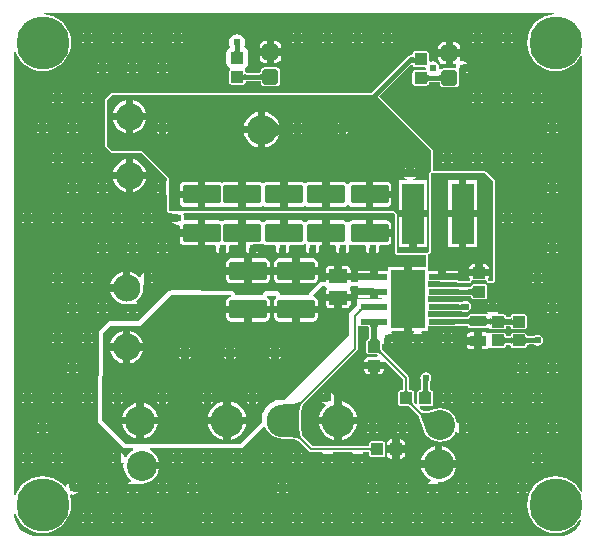
<source format=gtl>
G04*
G04 #@! TF.GenerationSoftware,Altium Limited,Altium Designer,21.0.8 (223)*
G04*
G04 Layer_Physical_Order=1*
G04 Layer_Color=255*
%FSLAX25Y25*%
%MOIN*%
G70*
G04*
G04 #@! TF.SameCoordinates,41B75142-9F01-4ECD-9844-6F65DEB25311*
G04*
G04*
G04 #@! TF.FilePolarity,Positive*
G04*
G01*
G75*
%ADD22R,0.08661X0.01968*%
%ADD31C,0.02480*%
G04:AMPARAMS|DCode=32|XSize=62.99mil|YSize=124.02mil|CornerRadius=4.72mil|HoleSize=0mil|Usage=FLASHONLY|Rotation=270.000|XOffset=0mil|YOffset=0mil|HoleType=Round|Shape=RoundedRectangle|*
%AMROUNDEDRECTD32*
21,1,0.06299,0.11457,0,0,270.0*
21,1,0.05354,0.12402,0,0,270.0*
1,1,0.00945,-0.05728,-0.02677*
1,1,0.00945,-0.05728,0.02677*
1,1,0.00945,0.05728,0.02677*
1,1,0.00945,0.05728,-0.02677*
%
%ADD32ROUNDEDRECTD32*%
G04:AMPARAMS|DCode=33|XSize=51.18mil|YSize=51.18mil|CornerRadius=5.12mil|HoleSize=0mil|Usage=FLASHONLY|Rotation=90.000|XOffset=0mil|YOffset=0mil|HoleType=Round|Shape=RoundedRectangle|*
%AMROUNDEDRECTD33*
21,1,0.05118,0.04095,0,0,90.0*
21,1,0.04095,0.05118,0,0,90.0*
1,1,0.01024,0.02047,0.02047*
1,1,0.01024,0.02047,-0.02047*
1,1,0.01024,-0.02047,-0.02047*
1,1,0.01024,-0.02047,0.02047*
%
%ADD33ROUNDEDRECTD33*%
G04:AMPARAMS|DCode=34|XSize=43.31mil|YSize=39.37mil|CornerRadius=2.95mil|HoleSize=0mil|Usage=FLASHONLY|Rotation=0.000|XOffset=0mil|YOffset=0mil|HoleType=Round|Shape=RoundedRectangle|*
%AMROUNDEDRECTD34*
21,1,0.04331,0.03347,0,0,0.0*
21,1,0.03740,0.03937,0,0,0.0*
1,1,0.00591,0.01870,-0.01673*
1,1,0.00591,-0.01870,-0.01673*
1,1,0.00591,-0.01870,0.01673*
1,1,0.00591,0.01870,0.01673*
%
%ADD34ROUNDEDRECTD34*%
G04:AMPARAMS|DCode=35|XSize=43.31mil|YSize=39.37mil|CornerRadius=3.94mil|HoleSize=0mil|Usage=FLASHONLY|Rotation=0.000|XOffset=0mil|YOffset=0mil|HoleType=Round|Shape=RoundedRectangle|*
%AMROUNDEDRECTD35*
21,1,0.04331,0.03150,0,0,0.0*
21,1,0.03543,0.03937,0,0,0.0*
1,1,0.00787,0.01772,-0.01575*
1,1,0.00787,-0.01772,-0.01575*
1,1,0.00787,-0.01772,0.01575*
1,1,0.00787,0.01772,0.01575*
%
%ADD35ROUNDEDRECTD35*%
%ADD36R,0.11614X0.19291*%
%ADD37R,0.07480X0.20079*%
G04:AMPARAMS|DCode=38|XSize=43.31mil|YSize=39.37mil|CornerRadius=2.95mil|HoleSize=0mil|Usage=FLASHONLY|Rotation=270.000|XOffset=0mil|YOffset=0mil|HoleType=Round|Shape=RoundedRectangle|*
%AMROUNDEDRECTD38*
21,1,0.04331,0.03347,0,0,270.0*
21,1,0.03740,0.03937,0,0,270.0*
1,1,0.00591,-0.01673,-0.01870*
1,1,0.00591,-0.01673,0.01870*
1,1,0.00591,0.01673,0.01870*
1,1,0.00591,0.01673,-0.01870*
%
%ADD38ROUNDEDRECTD38*%
G04:AMPARAMS|DCode=39|XSize=55.12mil|YSize=35.43mil|CornerRadius=2.66mil|HoleSize=0mil|Usage=FLASHONLY|Rotation=180.000|XOffset=0mil|YOffset=0mil|HoleType=Round|Shape=RoundedRectangle|*
%AMROUNDEDRECTD39*
21,1,0.05512,0.03012,0,0,180.0*
21,1,0.04980,0.03543,0,0,180.0*
1,1,0.00532,-0.02490,0.01506*
1,1,0.00532,0.02490,0.01506*
1,1,0.00532,0.02490,-0.01506*
1,1,0.00532,-0.02490,-0.01506*
%
%ADD39ROUNDEDRECTD39*%
G04:AMPARAMS|DCode=40|XSize=49.21mil|YSize=62.99mil|CornerRadius=4.92mil|HoleSize=0mil|Usage=FLASHONLY|Rotation=270.000|XOffset=0mil|YOffset=0mil|HoleType=Round|Shape=RoundedRectangle|*
%AMROUNDEDRECTD40*
21,1,0.04921,0.05315,0,0,270.0*
21,1,0.03937,0.06299,0,0,270.0*
1,1,0.00984,-0.02657,-0.01968*
1,1,0.00984,-0.02657,0.01968*
1,1,0.00984,0.02657,0.01968*
1,1,0.00984,0.02657,-0.01968*
%
%ADD40ROUNDEDRECTD40*%
%ADD41C,0.01500*%
%ADD42C,0.00800*%
%ADD43C,0.02000*%
%ADD44C,0.10000*%
%ADD45C,0.09055*%
%ADD46C,0.17717*%
%ADD47C,0.10925*%
%ADD48C,0.02400*%
G36*
X182962Y176451D02*
X181646Y176321D01*
X179863Y175781D01*
X178220Y174902D01*
X176780Y173720D01*
X175598Y172280D01*
X174719Y170637D01*
X174179Y168854D01*
X173996Y167000D01*
X174179Y165146D01*
X174719Y163363D01*
X175598Y161720D01*
X176780Y160280D01*
X178220Y159098D01*
X179863Y158219D01*
X181646Y157679D01*
X183500Y157496D01*
X185354Y157679D01*
X187137Y158219D01*
X188780Y159098D01*
X190220Y160280D01*
X191402Y161720D01*
X191951Y162747D01*
X192451Y162621D01*
Y17379D01*
X191951Y17254D01*
X191402Y18280D01*
X190220Y19720D01*
X188780Y20902D01*
X187137Y21781D01*
X185354Y22321D01*
X183500Y22504D01*
X181646Y22321D01*
X179863Y21781D01*
X178220Y20902D01*
X176780Y19720D01*
X175598Y18280D01*
X174719Y16637D01*
X174179Y14854D01*
X173996Y13000D01*
X174179Y11146D01*
X174719Y9363D01*
X175598Y7720D01*
X176780Y6280D01*
X178220Y5098D01*
X179863Y4219D01*
X181646Y3679D01*
X183500Y3496D01*
X185354Y3679D01*
X187137Y4219D01*
X188780Y5098D01*
X190220Y6280D01*
X191402Y7720D01*
X191618Y8123D01*
X192126Y8013D01*
X192142Y7771D01*
X191603Y6471D01*
X190788Y5250D01*
X189750Y4212D01*
X188529Y3397D01*
X187173Y2835D01*
X185734Y2549D01*
X9766D01*
X8327Y2835D01*
X6971Y3397D01*
X5750Y4212D01*
X4712Y5250D01*
X3897Y6471D01*
X3335Y7827D01*
X3049Y9266D01*
Y9851D01*
X3549Y9925D01*
X3719Y9363D01*
X4598Y7720D01*
X5780Y6280D01*
X7220Y5098D01*
X8863Y4219D01*
X10646Y3679D01*
X12500Y3496D01*
X14354Y3679D01*
X16137Y4219D01*
X17780Y5098D01*
X19220Y6280D01*
X20402Y7720D01*
X21281Y9363D01*
X21821Y11146D01*
X22004Y13000D01*
X21821Y14854D01*
X21480Y15980D01*
X21881Y16380D01*
X22500Y16257D01*
X23358Y16428D01*
X24086Y16914D01*
X24311Y17250D01*
X22500D01*
Y18500D01*
X21250D01*
Y20311D01*
X20914Y20086D01*
X20428Y19358D01*
X20376Y19100D01*
X19840Y18966D01*
X19220Y19720D01*
X17780Y20902D01*
X16137Y21781D01*
X14354Y22321D01*
X12500Y22504D01*
X10646Y22321D01*
X8863Y21781D01*
X7220Y20902D01*
X5780Y19720D01*
X4598Y18280D01*
X3719Y16637D01*
X3549Y16075D01*
X3049Y16149D01*
Y163851D01*
X3549Y163925D01*
X3719Y163363D01*
X4598Y161720D01*
X5780Y160280D01*
X7220Y159098D01*
X8863Y158219D01*
X10646Y157679D01*
X12500Y157496D01*
X14354Y157679D01*
X16137Y158219D01*
X17780Y159098D01*
X19220Y160280D01*
X20402Y161720D01*
X21281Y163363D01*
X21821Y165146D01*
X22004Y167000D01*
X21821Y168854D01*
X21281Y170637D01*
X20402Y172280D01*
X19220Y173720D01*
X17780Y174902D01*
X16137Y175781D01*
X14354Y176321D01*
X13038Y176451D01*
X13062Y176951D01*
X182938D01*
X182962Y176451D01*
D02*
G37*
%LPC*%
G36*
X168750Y170311D02*
Y169750D01*
X169311D01*
X169086Y170086D01*
X168750Y170311D01*
D02*
G37*
G36*
X166250D02*
X165914Y170086D01*
X165689Y169750D01*
X166250D01*
Y170311D01*
D02*
G37*
G36*
X158750D02*
Y169750D01*
X159311D01*
X159086Y170086D01*
X158750Y170311D01*
D02*
G37*
G36*
X156250D02*
X155914Y170086D01*
X155689Y169750D01*
X156250D01*
Y170311D01*
D02*
G37*
G36*
X128750D02*
Y169750D01*
X129311D01*
X129086Y170086D01*
X128750Y170311D01*
D02*
G37*
G36*
X126250D02*
X125914Y170086D01*
X125689Y169750D01*
X126250D01*
Y170311D01*
D02*
G37*
G36*
X118750D02*
Y169750D01*
X119311D01*
X119086Y170086D01*
X118750Y170311D01*
D02*
G37*
G36*
X116250D02*
X115914Y170086D01*
X115689Y169750D01*
X116250D01*
Y170311D01*
D02*
G37*
G36*
X108750D02*
Y169750D01*
X109311D01*
X109086Y170086D01*
X108750Y170311D01*
D02*
G37*
G36*
X106250D02*
X105914Y170086D01*
X105689Y169750D01*
X106250D01*
Y170311D01*
D02*
G37*
G36*
X98750D02*
Y169750D01*
X99311D01*
X99086Y170086D01*
X98750Y170311D01*
D02*
G37*
G36*
X96250D02*
X95914Y170086D01*
X95689Y169750D01*
X96250D01*
Y170311D01*
D02*
G37*
G36*
X58750D02*
Y169750D01*
X59311D01*
X59086Y170086D01*
X58750Y170311D01*
D02*
G37*
G36*
X56250D02*
X55914Y170086D01*
X55689Y169750D01*
X56250D01*
Y170311D01*
D02*
G37*
G36*
X48750D02*
Y169750D01*
X49311D01*
X49086Y170086D01*
X48750Y170311D01*
D02*
G37*
G36*
X46250D02*
X45914Y170086D01*
X45689Y169750D01*
X46250D01*
Y170311D01*
D02*
G37*
G36*
X38750D02*
Y169750D01*
X39311D01*
X39086Y170086D01*
X38750Y170311D01*
D02*
G37*
G36*
X36250D02*
X35914Y170086D01*
X35689Y169750D01*
X36250D01*
Y170311D01*
D02*
G37*
G36*
X28750D02*
Y169750D01*
X29311D01*
X29086Y170086D01*
X28750Y170311D01*
D02*
G37*
G36*
X26250D02*
X25914Y170086D01*
X25689Y169750D01*
X26250D01*
Y170311D01*
D02*
G37*
G36*
X169311Y167250D02*
X168750D01*
Y166689D01*
X169086Y166914D01*
X169311Y167250D01*
D02*
G37*
G36*
X166250D02*
X165689D01*
X165914Y166914D01*
X166250Y166689D01*
Y167250D01*
D02*
G37*
G36*
X159311D02*
X158750D01*
Y166689D01*
X159086Y166914D01*
X159311Y167250D01*
D02*
G37*
G36*
X156250D02*
X155689D01*
X155914Y166914D01*
X156250Y166689D01*
Y167250D01*
D02*
G37*
G36*
X129311D02*
X128750D01*
Y166689D01*
X129086Y166914D01*
X129311Y167250D01*
D02*
G37*
G36*
X126250D02*
X125689D01*
X125914Y166914D01*
X126250Y166689D01*
Y167250D01*
D02*
G37*
G36*
X119311D02*
X118750D01*
Y166689D01*
X119086Y166914D01*
X119311Y167250D01*
D02*
G37*
G36*
X116250D02*
X115689D01*
X115914Y166914D01*
X116250Y166689D01*
Y167250D01*
D02*
G37*
G36*
X109311D02*
X108750D01*
Y166689D01*
X109086Y166914D01*
X109311Y167250D01*
D02*
G37*
G36*
X106250D02*
X105689D01*
X105914Y166914D01*
X106250Y166689D01*
Y167250D01*
D02*
G37*
G36*
X99311D02*
X98750D01*
Y166689D01*
X99086Y166914D01*
X99311Y167250D01*
D02*
G37*
G36*
X96250D02*
X95689D01*
X95914Y166914D01*
X96250Y166689D01*
Y167250D01*
D02*
G37*
G36*
X59311D02*
X58750D01*
Y166689D01*
X59086Y166914D01*
X59311Y167250D01*
D02*
G37*
G36*
X56250D02*
X55689D01*
X55914Y166914D01*
X56250Y166689D01*
Y167250D01*
D02*
G37*
G36*
X49311D02*
X48750D01*
Y166689D01*
X49086Y166914D01*
X49311Y167250D01*
D02*
G37*
G36*
X46250D02*
X45689D01*
X45914Y166914D01*
X46250Y166689D01*
Y167250D01*
D02*
G37*
G36*
X39311D02*
X38750D01*
Y166689D01*
X39086Y166914D01*
X39311Y167250D01*
D02*
G37*
G36*
X36250D02*
X35689D01*
X35914Y166914D01*
X36250Y166689D01*
Y167250D01*
D02*
G37*
G36*
X29311D02*
X28750D01*
Y166689D01*
X29086Y166914D01*
X29311Y167250D01*
D02*
G37*
G36*
X26250D02*
X25689D01*
X25914Y166914D01*
X26250Y166689D01*
Y167250D01*
D02*
G37*
G36*
X90458Y167422D02*
X89661D01*
Y165084D01*
X92000D01*
Y165881D01*
X91882Y166471D01*
X91548Y166971D01*
X91048Y167305D01*
X90458Y167422D01*
D02*
G37*
G36*
X87161D02*
X86364D01*
X85774Y167305D01*
X85274Y166971D01*
X84939Y166471D01*
X84822Y165881D01*
Y165084D01*
X87161D01*
Y167422D01*
D02*
G37*
G36*
X150113Y167078D02*
X149316D01*
Y164739D01*
X151655D01*
Y165536D01*
X151537Y166126D01*
X151203Y166626D01*
X150703Y166960D01*
X150113Y167078D01*
D02*
G37*
G36*
X146816D02*
X146019D01*
X145429Y166960D01*
X144929Y166626D01*
X144595Y166126D01*
X144477Y165536D01*
Y164739D01*
X146816D01*
Y167078D01*
D02*
G37*
G36*
X92000Y162584D02*
X89661D01*
Y160245D01*
X90458D01*
X91048Y160363D01*
X91548Y160697D01*
X91882Y161197D01*
X92000Y161787D01*
Y162584D01*
D02*
G37*
G36*
X87161D02*
X84822D01*
Y161787D01*
X84939Y161197D01*
X85274Y160697D01*
X85774Y160363D01*
X86364Y160245D01*
X87161D01*
Y162584D01*
D02*
G37*
G36*
X146816Y162239D02*
X144477D01*
Y161442D01*
X144595Y160852D01*
X144929Y160352D01*
X145429Y160018D01*
X146019Y159900D01*
X146816D01*
Y162239D01*
D02*
G37*
G36*
X53750Y160311D02*
Y159750D01*
X54311D01*
X54086Y160086D01*
X53750Y160311D01*
D02*
G37*
G36*
X51250D02*
X50914Y160086D01*
X50689Y159750D01*
X51250D01*
Y160311D01*
D02*
G37*
G36*
X43750D02*
Y159750D01*
X44311D01*
X44086Y160086D01*
X43750Y160311D01*
D02*
G37*
G36*
X41250D02*
X40914Y160086D01*
X40689Y159750D01*
X41250D01*
Y160311D01*
D02*
G37*
G36*
X33750D02*
Y159750D01*
X34311D01*
X34086Y160086D01*
X33750Y160311D01*
D02*
G37*
G36*
X31250D02*
X30914Y160086D01*
X30689Y159750D01*
X31250D01*
Y160311D01*
D02*
G37*
G36*
X154311Y157250D02*
X153750D01*
Y156689D01*
X154086Y156914D01*
X154311Y157250D01*
D02*
G37*
G36*
X54311D02*
X53750D01*
Y156689D01*
X54086Y156914D01*
X54311Y157250D01*
D02*
G37*
G36*
X51250D02*
X50689D01*
X50914Y156914D01*
X51250Y156689D01*
Y157250D01*
D02*
G37*
G36*
X44311D02*
X43750D01*
Y156689D01*
X44086Y156914D01*
X44311Y157250D01*
D02*
G37*
G36*
X41250D02*
X40689D01*
X40914Y156914D01*
X41250Y156689D01*
Y157250D01*
D02*
G37*
G36*
X34311D02*
X33750D01*
Y156689D01*
X34086Y156914D01*
X34311Y157250D01*
D02*
G37*
G36*
X31250D02*
X30689D01*
X30914Y156914D01*
X31250Y156689D01*
Y157250D01*
D02*
G37*
G36*
X77411Y169758D02*
X76706Y169665D01*
X76049Y169393D01*
X75485Y168960D01*
X75052Y168396D01*
X74780Y167739D01*
X74688Y167035D01*
X74780Y166330D01*
X75011Y165773D01*
X74848Y165250D01*
X74829Y165222D01*
X74247Y164833D01*
X73850Y164239D01*
X73710Y163539D01*
Y160192D01*
X73850Y159492D01*
X74247Y158898D01*
X74840Y158501D01*
X74900Y158489D01*
X75005Y157958D01*
X74895Y157885D01*
X74698Y157589D01*
X74628Y157239D01*
Y153893D01*
X74698Y153544D01*
X74895Y153247D01*
X75191Y153050D01*
X75541Y152980D01*
X79281D01*
X79630Y153050D01*
X79926Y153247D01*
X80124Y153544D01*
X80194Y153893D01*
Y153980D01*
X80204Y153998D01*
X80207Y154034D01*
X80228Y154046D01*
X80309Y154079D01*
X80436Y154113D01*
X80607Y154141D01*
X80819Y154160D01*
X81087Y154167D01*
X81138Y154190D01*
X84286D01*
X84337Y154167D01*
X84604Y154160D01*
X84817Y154141D01*
X84988Y154113D01*
X85115Y154079D01*
X85196Y154046D01*
X85216Y154034D01*
X85220Y153998D01*
X85230Y153980D01*
Y153519D01*
X85316Y153085D01*
X85562Y152717D01*
X85930Y152472D01*
X86364Y152385D01*
X90458D01*
X90892Y152472D01*
X91260Y152717D01*
X91505Y153085D01*
X91592Y153519D01*
Y157613D01*
X91505Y158047D01*
X91260Y158415D01*
X90892Y158661D01*
X90458Y158747D01*
X86364D01*
X85930Y158661D01*
X85562Y158415D01*
X85316Y158047D01*
X85230Y157613D01*
Y157153D01*
X85220Y157135D01*
X85216Y157098D01*
X85196Y157086D01*
X85115Y157053D01*
X84988Y157019D01*
X84817Y156991D01*
X84604Y156972D01*
X84337Y156965D01*
X84286Y156943D01*
X81138D01*
X81087Y156965D01*
X80819Y156972D01*
X80607Y156991D01*
X80436Y157019D01*
X80309Y157053D01*
X80228Y157086D01*
X80207Y157098D01*
X80204Y157135D01*
X80194Y157153D01*
Y157239D01*
X80124Y157589D01*
X79926Y157885D01*
X79816Y157958D01*
X79922Y158489D01*
X79981Y158501D01*
X80575Y158898D01*
X80972Y159492D01*
X81111Y160192D01*
Y163539D01*
X80972Y164239D01*
X80575Y164833D01*
X79993Y165222D01*
X79973Y165250D01*
X79811Y165773D01*
X80041Y166330D01*
X80134Y167035D01*
X80041Y167739D01*
X79769Y168396D01*
X79337Y168960D01*
X78772Y169393D01*
X78116Y169665D01*
X77411Y169758D01*
D02*
G37*
G36*
X140436Y164107D02*
X136696D01*
X136347Y164037D01*
X136050Y163839D01*
X135853Y163543D01*
X135783Y163194D01*
Y162823D01*
X135729Y162803D01*
X135613Y162774D01*
X135456Y162751D01*
X135260Y162735D01*
X135014Y162729D01*
X134908Y162682D01*
X134503Y162602D01*
X134056Y162303D01*
X121902Y150149D01*
X35500D01*
X35041Y149959D01*
X33541Y148459D01*
X33351Y148000D01*
Y132500D01*
X33541Y132041D01*
X35041Y130541D01*
X35500Y130350D01*
X45231Y130351D01*
X53851Y121731D01*
Y120774D01*
X53750Y120720D01*
Y118500D01*
Y116280D01*
X53851Y116226D01*
Y111000D01*
X54041Y110541D01*
X54500Y110351D01*
X55489D01*
X55756Y109851D01*
X55689Y109750D01*
X57500D01*
Y107250D01*
X55689D01*
X55914Y106914D01*
X56642Y106428D01*
X57500Y106257D01*
X57784Y106314D01*
X58270Y105900D01*
Y104852D01*
X64250D01*
Y107781D01*
X60110D01*
X59693Y108248D01*
X59743Y108500D01*
X59572Y109358D01*
X59244Y109851D01*
X59511Y110351D01*
X129231D01*
X129851Y109731D01*
Y97000D01*
X130041Y96541D01*
X130500Y96351D01*
X140351D01*
Y92146D01*
X135569D01*
Y81500D01*
Y70854D01*
X136164D01*
X136315Y70354D01*
X135914Y70086D01*
X135689Y69750D01*
X139311D01*
X139086Y70086D01*
X138685Y70354D01*
X138836Y70854D01*
X141126D01*
Y72416D01*
X149760D01*
X149775Y72404D01*
X149869Y72414D01*
X149956Y72378D01*
X150047Y72416D01*
X150568D01*
Y72598D01*
X151199Y72647D01*
X151462Y72650D01*
X151516Y72673D01*
X153379D01*
X153430Y72650D01*
X153699Y72643D01*
X153913Y72624D01*
X154086Y72596D01*
X154214Y72562D01*
X154296Y72529D01*
X154318Y72516D01*
X154322Y72481D01*
X154359Y72414D01*
X154391Y72255D01*
X154582Y71968D01*
X154868Y71777D01*
X155206Y71710D01*
X160186D01*
X160524Y71777D01*
X160810Y71968D01*
X160902Y72106D01*
X161427Y72027D01*
X161437Y71978D01*
X161635Y71681D01*
X161932Y71483D01*
X162281Y71414D01*
X166021D01*
X166370Y71483D01*
X166666Y71681D01*
X166864Y71978D01*
X166934Y72327D01*
Y72413D01*
X166944Y72431D01*
X166947Y72468D01*
X166968Y72480D01*
X167049Y72513D01*
X167176Y72547D01*
X167347Y72575D01*
X167559Y72594D01*
X167673Y72597D01*
X167786Y72594D01*
X167998Y72575D01*
X168169Y72547D01*
X168296Y72513D01*
X168377Y72480D01*
X168398Y72468D01*
X168402Y72431D01*
X168415Y72407D01*
X168488Y72038D01*
X168708Y71709D01*
X169037Y71489D01*
X169424Y71412D01*
X172968D01*
X173355Y71489D01*
X173684Y71709D01*
X173904Y72038D01*
X173981Y72425D01*
Y75575D01*
X173904Y75963D01*
X173684Y76291D01*
X173355Y76511D01*
X172968Y76588D01*
X169424D01*
X169037Y76511D01*
X168708Y76291D01*
X168488Y75963D01*
X168415Y75593D01*
X168402Y75568D01*
X168398Y75532D01*
X168377Y75520D01*
X168296Y75487D01*
X168169Y75453D01*
X167998Y75425D01*
X167786Y75406D01*
X167673Y75403D01*
X167559Y75406D01*
X167347Y75425D01*
X167176Y75453D01*
X167049Y75487D01*
X166968Y75520D01*
X166947Y75532D01*
X166944Y75568D01*
X166934Y75587D01*
Y75673D01*
X166864Y76022D01*
X166666Y76319D01*
X166370Y76517D01*
X166021Y76586D01*
X164427D01*
X164201Y77086D01*
X164311Y77250D01*
X160689D01*
X160914Y76914D01*
X160993Y76861D01*
X161086Y76226D01*
X161075Y76213D01*
X160810Y76228D01*
X160524Y76420D01*
X160186Y76487D01*
X155206D01*
X154868Y76420D01*
X154582Y76228D01*
X154391Y75942D01*
X154333Y75652D01*
X154313Y75616D01*
X154310Y75581D01*
X154290Y75569D01*
X154209Y75536D01*
X154082Y75502D01*
X153911Y75474D01*
X153698Y75455D01*
X153430Y75448D01*
X153379Y75426D01*
X151522D01*
X151470Y75449D01*
X150723Y75464D01*
X150568Y75476D01*
Y75584D01*
X150047D01*
X149956Y75622D01*
X149866Y75584D01*
X141126D01*
Y77416D01*
X149866D01*
X149956Y77378D01*
X150047Y77416D01*
X150568D01*
Y77559D01*
X151194Y77599D01*
X151461Y77601D01*
X151516Y77624D01*
X151777D01*
X151829Y77601D01*
X152182Y77593D01*
X152330Y77581D01*
X152369Y77576D01*
X152386Y77573D01*
X152403Y77568D01*
X152798Y77304D01*
X153500Y77165D01*
X154202Y77304D01*
X154798Y77702D01*
X155196Y78298D01*
X155335Y79000D01*
X155196Y79702D01*
X154798Y80298D01*
X154202Y80696D01*
X153500Y80835D01*
X152798Y80696D01*
X152403Y80432D01*
X152389Y80428D01*
X151956Y80400D01*
X151839Y80399D01*
X151785Y80376D01*
X151520D01*
X151467Y80399D01*
X150942Y80408D01*
X150568Y80432D01*
Y80584D01*
X150047D01*
X149956Y80622D01*
X149866Y80584D01*
X141126D01*
Y82416D01*
X149866D01*
X149956Y82378D01*
X150047Y82416D01*
X150568D01*
Y82559D01*
X151194Y82599D01*
X151461Y82601D01*
X151516Y82624D01*
X154271D01*
X154322Y82601D01*
X154590Y82594D01*
X154802Y82575D01*
X154973Y82547D01*
X155100Y82513D01*
X155181Y82480D01*
X155201Y82468D01*
X155205Y82432D01*
X155219Y82407D01*
X155292Y82038D01*
X155512Y81709D01*
X155841Y81489D01*
X156228Y81412D01*
X159772D01*
X160159Y81489D01*
X160488Y81709D01*
X160708Y82038D01*
X160785Y82425D01*
Y85575D01*
X160708Y85962D01*
X160488Y86291D01*
X160159Y86511D01*
X159772Y86588D01*
X156228D01*
X155841Y86511D01*
X155512Y86291D01*
X155292Y85962D01*
X155219Y85593D01*
X155205Y85568D01*
X155201Y85532D01*
X155181Y85520D01*
X155100Y85487D01*
X154973Y85453D01*
X154802Y85425D01*
X154590Y85406D01*
X154322Y85399D01*
X154271Y85376D01*
X151520D01*
X151467Y85399D01*
X150942Y85408D01*
X150568Y85432D01*
Y85584D01*
X150047D01*
X149956Y85622D01*
X149866Y85584D01*
X141126D01*
Y87416D01*
X145126D01*
X145178Y87291D01*
X145638Y87101D01*
X150484D01*
X150509Y87041D01*
X150968Y86851D01*
X154769D01*
X154860Y86888D01*
X154957Y86879D01*
X155081Y86980D01*
X155228Y87041D01*
X155266Y87132D01*
X155342Y87194D01*
X155470Y87435D01*
X155754Y87705D01*
X156115Y87734D01*
X156228Y87711D01*
X159772D01*
X159885Y87734D01*
X160246Y87705D01*
X160530Y87435D01*
X160658Y87194D01*
X160734Y87132D01*
X160772Y87041D01*
X160919Y86980D01*
X161042Y86879D01*
X161140Y86888D01*
X161231Y86851D01*
X162500D01*
X162959Y87041D01*
X163149Y87500D01*
X163149Y121000D01*
X162959Y121459D01*
X160459Y123959D01*
X160000Y124149D01*
X142649D01*
Y131000D01*
X142459Y131459D01*
X124782Y149136D01*
X135310Y159664D01*
X135852Y159499D01*
X135853Y159498D01*
X136050Y159202D01*
X136347Y159004D01*
X136696Y158934D01*
X139949D01*
X140266Y158548D01*
X140257Y158500D01*
X140318Y158194D01*
X140001Y157807D01*
X136696D01*
X136347Y157738D01*
X136050Y157540D01*
X135853Y157244D01*
X135783Y156895D01*
Y153548D01*
X135853Y153199D01*
X136050Y152903D01*
X136347Y152705D01*
X136696Y152635D01*
X140436D01*
X140785Y152705D01*
X141082Y152903D01*
X141279Y153199D01*
X141349Y153548D01*
Y153635D01*
X141359Y153653D01*
X141363Y153689D01*
X141383Y153701D01*
X141464Y153734D01*
X141591Y153768D01*
X141762Y153797D01*
X141974Y153815D01*
X142242Y153822D01*
X142293Y153845D01*
X143941D01*
X143992Y153822D01*
X144260Y153815D01*
X144472Y153797D01*
X144643Y153768D01*
X144770Y153734D01*
X144851Y153701D01*
X144871Y153689D01*
X144875Y153653D01*
X144885Y153635D01*
Y153174D01*
X144972Y152740D01*
X145217Y152373D01*
X145585Y152127D01*
X146019Y152041D01*
X150113D01*
X150547Y152127D01*
X150915Y152373D01*
X151161Y152740D01*
X151247Y153174D01*
Y156136D01*
X151250Y156138D01*
Y158500D01*
X152500D01*
Y159750D01*
X154311D01*
X154086Y160086D01*
X153358Y160572D01*
X152500Y160743D01*
X151966Y160637D01*
X151928Y160656D01*
X151581Y161070D01*
X151655Y161442D01*
Y162239D01*
X149316D01*
Y159900D01*
X150113D01*
X150200Y159918D01*
X150501Y159468D01*
X150428Y159358D01*
X150257Y158500D01*
X149767Y158402D01*
X146019D01*
X145585Y158316D01*
X145217Y158070D01*
X145146Y157964D01*
X144675Y158159D01*
X144743Y158500D01*
X144572Y159358D01*
X144086Y160086D01*
X143358Y160572D01*
X142500Y160743D01*
X141849Y160614D01*
X141349Y160932D01*
Y163194D01*
X141279Y163543D01*
X141082Y163839D01*
X140785Y164037D01*
X140436Y164107D01*
D02*
G37*
G36*
X178750Y150311D02*
Y149750D01*
X179311D01*
X179086Y150086D01*
X178750Y150311D01*
D02*
G37*
G36*
X176250D02*
X175914Y150086D01*
X175689Y149750D01*
X176250D01*
Y150311D01*
D02*
G37*
G36*
X168750D02*
Y149750D01*
X169311D01*
X169086Y150086D01*
X168750Y150311D01*
D02*
G37*
G36*
X166250D02*
X165914Y150086D01*
X165689Y149750D01*
X166250D01*
Y150311D01*
D02*
G37*
G36*
X158750D02*
Y149750D01*
X159311D01*
X159086Y150086D01*
X158750Y150311D01*
D02*
G37*
G36*
X156250D02*
X155914Y150086D01*
X155689Y149750D01*
X156250D01*
Y150311D01*
D02*
G37*
G36*
X28750D02*
Y149750D01*
X29311D01*
X29086Y150086D01*
X28750Y150311D01*
D02*
G37*
G36*
X26250D02*
X25914Y150086D01*
X25689Y149750D01*
X26250D01*
Y150311D01*
D02*
G37*
G36*
X18750D02*
Y149750D01*
X19311D01*
X19086Y150086D01*
X18750Y150311D01*
D02*
G37*
G36*
X16250D02*
X15914Y150086D01*
X15689Y149750D01*
X16250D01*
Y150311D01*
D02*
G37*
G36*
X179311Y147250D02*
X178750D01*
Y146689D01*
X179086Y146914D01*
X179311Y147250D01*
D02*
G37*
G36*
X176250D02*
X175689D01*
X175914Y146914D01*
X176250Y146689D01*
Y147250D01*
D02*
G37*
G36*
X169311D02*
X168750D01*
Y146689D01*
X169086Y146914D01*
X169311Y147250D01*
D02*
G37*
G36*
X166250D02*
X165689D01*
X165914Y146914D01*
X166250Y146689D01*
Y147250D01*
D02*
G37*
G36*
X159311D02*
X158750D01*
Y146689D01*
X159086Y146914D01*
X159311Y147250D01*
D02*
G37*
G36*
X156250D02*
X155689D01*
X155914Y146914D01*
X156250Y146689D01*
Y147250D01*
D02*
G37*
G36*
X29311D02*
X28750D01*
Y146689D01*
X29086Y146914D01*
X29311Y147250D01*
D02*
G37*
G36*
X26250D02*
X25689D01*
X25914Y146914D01*
X26250Y146689D01*
Y147250D01*
D02*
G37*
G36*
X19311D02*
X18750D01*
Y146689D01*
X19086Y146914D01*
X19311Y147250D01*
D02*
G37*
G36*
X16250D02*
X15689D01*
X15914Y146914D01*
X16250Y146689D01*
Y147250D01*
D02*
G37*
G36*
X183750Y140311D02*
Y139750D01*
X184311D01*
X184086Y140086D01*
X183750Y140311D01*
D02*
G37*
G36*
X181250D02*
X180914Y140086D01*
X180689Y139750D01*
X181250D01*
Y140311D01*
D02*
G37*
G36*
X23750D02*
Y139750D01*
X24311D01*
X24086Y140086D01*
X23750Y140311D01*
D02*
G37*
G36*
X21250D02*
X20914Y140086D01*
X20689Y139750D01*
X21250D01*
Y140311D01*
D02*
G37*
G36*
X13750D02*
Y139750D01*
X14311D01*
X14086Y140086D01*
X13750Y140311D01*
D02*
G37*
G36*
X11250D02*
X10914Y140086D01*
X10689Y139750D01*
X11250D01*
Y140311D01*
D02*
G37*
G36*
X184311Y137250D02*
X183750D01*
Y136689D01*
X184086Y136914D01*
X184311Y137250D01*
D02*
G37*
G36*
X181250D02*
X180689D01*
X180914Y136914D01*
X181250Y136689D01*
Y137250D01*
D02*
G37*
G36*
X24311D02*
X23750D01*
Y136689D01*
X24086Y136914D01*
X24311Y137250D01*
D02*
G37*
G36*
X21250D02*
X20689D01*
X20914Y136914D01*
X21250Y136689D01*
Y137250D01*
D02*
G37*
G36*
X14311D02*
X13750D01*
Y136689D01*
X14086Y136914D01*
X14311Y137250D01*
D02*
G37*
G36*
X11250D02*
X10689D01*
X10914Y136914D01*
X11250Y136689D01*
Y137250D01*
D02*
G37*
G36*
X178750Y130311D02*
Y129750D01*
X179311D01*
X179086Y130086D01*
X178750Y130311D01*
D02*
G37*
G36*
X176250D02*
X175914Y130086D01*
X175689Y129750D01*
X176250D01*
Y130311D01*
D02*
G37*
G36*
X168750D02*
Y129750D01*
X169311D01*
X169086Y130086D01*
X168750Y130311D01*
D02*
G37*
G36*
X166250D02*
X165914Y130086D01*
X165689Y129750D01*
X166250D01*
Y130311D01*
D02*
G37*
G36*
X158750D02*
Y129750D01*
X159311D01*
X159086Y130086D01*
X158750Y130311D01*
D02*
G37*
G36*
X156250D02*
X155914Y130086D01*
X155689Y129750D01*
X156250D01*
Y130311D01*
D02*
G37*
G36*
X148750D02*
Y129750D01*
X149311D01*
X149086Y130086D01*
X148750Y130311D01*
D02*
G37*
G36*
X146250D02*
X145914Y130086D01*
X145689Y129750D01*
X146250D01*
Y130311D01*
D02*
G37*
G36*
X28750D02*
Y129750D01*
X29311D01*
X29086Y130086D01*
X28750Y130311D01*
D02*
G37*
G36*
X26250D02*
X25914Y130086D01*
X25689Y129750D01*
X26250D01*
Y130311D01*
D02*
G37*
G36*
X18750D02*
Y129750D01*
X19311D01*
X19086Y130086D01*
X18750Y130311D01*
D02*
G37*
G36*
X16250D02*
X15914Y130086D01*
X15689Y129750D01*
X16250D01*
Y130311D01*
D02*
G37*
G36*
X179311Y127250D02*
X178750D01*
Y126689D01*
X179086Y126914D01*
X179311Y127250D01*
D02*
G37*
G36*
X176250D02*
X175689D01*
X175914Y126914D01*
X176250Y126689D01*
Y127250D01*
D02*
G37*
G36*
X169311D02*
X168750D01*
Y126689D01*
X169086Y126914D01*
X169311Y127250D01*
D02*
G37*
G36*
X166250D02*
X165689D01*
X165914Y126914D01*
X166250Y126689D01*
Y127250D01*
D02*
G37*
G36*
X159311D02*
X158750D01*
Y126689D01*
X159086Y126914D01*
X159311Y127250D01*
D02*
G37*
G36*
X156250D02*
X155689D01*
X155914Y126914D01*
X156250Y126689D01*
Y127250D01*
D02*
G37*
G36*
X149311D02*
X148750D01*
Y126689D01*
X149086Y126914D01*
X149311Y127250D01*
D02*
G37*
G36*
X146250D02*
X145689D01*
X145914Y126914D01*
X146250Y126689D01*
Y127250D01*
D02*
G37*
G36*
X29311D02*
X28750D01*
Y126689D01*
X29086Y126914D01*
X29311Y127250D01*
D02*
G37*
G36*
X26250D02*
X25689D01*
X25914Y126914D01*
X26250Y126689D01*
Y127250D01*
D02*
G37*
G36*
X19311D02*
X18750D01*
Y126689D01*
X19086Y126914D01*
X19311Y127250D01*
D02*
G37*
G36*
X16250D02*
X15689D01*
X15914Y126914D01*
X16250Y126689D01*
Y127250D01*
D02*
G37*
G36*
X42750Y128068D02*
Y123907D01*
X46911D01*
X46885Y124100D01*
X46328Y125445D01*
X45442Y126600D01*
X44288Y127486D01*
X42943Y128043D01*
X42750Y128068D01*
D02*
G37*
G36*
X40250D02*
X40057Y128043D01*
X38712Y127486D01*
X37558Y126600D01*
X36672Y125445D01*
X36115Y124100D01*
X36089Y123907D01*
X40250D01*
Y128068D01*
D02*
G37*
G36*
X183750Y120311D02*
Y119750D01*
X184311D01*
X184086Y120086D01*
X183750Y120311D01*
D02*
G37*
G36*
X181250D02*
X180914Y120086D01*
X180689Y119750D01*
X181250D01*
Y120311D01*
D02*
G37*
G36*
X51250D02*
X50914Y120086D01*
X50689Y119750D01*
X51250D01*
Y120311D01*
D02*
G37*
G36*
X33750D02*
Y119750D01*
X34311D01*
X34086Y120086D01*
X33750Y120311D01*
D02*
G37*
G36*
X31250D02*
X30914Y120086D01*
X30689Y119750D01*
X31250D01*
Y120311D01*
D02*
G37*
G36*
X23750D02*
Y119750D01*
X24311D01*
X24086Y120086D01*
X23750Y120311D01*
D02*
G37*
G36*
X21250D02*
X20914Y120086D01*
X20689Y119750D01*
X21250D01*
Y120311D01*
D02*
G37*
G36*
X46911Y121407D02*
X42750D01*
Y117247D01*
X42943Y117272D01*
X44288Y117829D01*
X45442Y118715D01*
X46328Y119870D01*
X46885Y121214D01*
X46911Y121407D01*
D02*
G37*
G36*
X40250D02*
X36089D01*
X36115Y121214D01*
X36672Y119870D01*
X37558Y118715D01*
X38712Y117829D01*
X40057Y117272D01*
X40250Y117247D01*
Y121407D01*
D02*
G37*
G36*
X184311Y117250D02*
X183750D01*
Y116689D01*
X184086Y116914D01*
X184311Y117250D01*
D02*
G37*
G36*
X181250D02*
X180689D01*
X180914Y116914D01*
X181250Y116689D01*
Y117250D01*
D02*
G37*
G36*
X51250D02*
X50689D01*
X50914Y116914D01*
X51250Y116689D01*
Y117250D01*
D02*
G37*
G36*
X34311D02*
X33750D01*
Y116689D01*
X34086Y116914D01*
X34311Y117250D01*
D02*
G37*
G36*
X31250D02*
X30689D01*
X30914Y116914D01*
X31250Y116689D01*
Y117250D01*
D02*
G37*
G36*
X24311D02*
X23750D01*
Y116689D01*
X24086Y116914D01*
X24311Y117250D01*
D02*
G37*
G36*
X21250D02*
X20689D01*
X20914Y116914D01*
X21250Y116689D01*
Y117250D01*
D02*
G37*
G36*
X178750Y110311D02*
Y109750D01*
X179311D01*
X179086Y110086D01*
X178750Y110311D01*
D02*
G37*
G36*
X176250D02*
X175914Y110086D01*
X175689Y109750D01*
X176250D01*
Y110311D01*
D02*
G37*
G36*
X168750D02*
Y109750D01*
X169311D01*
X169086Y110086D01*
X168750Y110311D01*
D02*
G37*
G36*
X166250D02*
X165914Y110086D01*
X165689Y109750D01*
X166250D01*
Y110311D01*
D02*
G37*
G36*
X48750D02*
Y109750D01*
X49311D01*
X49086Y110086D01*
X48750Y110311D01*
D02*
G37*
G36*
X46250D02*
X45914Y110086D01*
X45689Y109750D01*
X46250D01*
Y110311D01*
D02*
G37*
G36*
X38750D02*
Y109750D01*
X39311D01*
X39086Y110086D01*
X38750Y110311D01*
D02*
G37*
G36*
X36250D02*
X35914Y110086D01*
X35689Y109750D01*
X36250D01*
Y110311D01*
D02*
G37*
G36*
X28750D02*
Y109750D01*
X29311D01*
X29086Y110086D01*
X28750Y110311D01*
D02*
G37*
G36*
X26250D02*
X25914Y110086D01*
X25689Y109750D01*
X26250D01*
Y110311D01*
D02*
G37*
G36*
X18750D02*
Y109750D01*
X19311D01*
X19086Y110086D01*
X18750Y110311D01*
D02*
G37*
G36*
X16250D02*
X15914Y110086D01*
X15689Y109750D01*
X16250D01*
Y110311D01*
D02*
G37*
G36*
X8750D02*
Y109750D01*
X9311D01*
X9086Y110086D01*
X8750Y110311D01*
D02*
G37*
G36*
X6250D02*
X5914Y110086D01*
X5689Y109750D01*
X6250D01*
Y110311D01*
D02*
G37*
G36*
X77750Y107781D02*
X73272D01*
X72697Y107667D01*
X72250Y107368D01*
X71803Y107667D01*
X71228Y107781D01*
X66750D01*
Y103602D01*
Y99424D01*
X69931D01*
X70341Y98924D01*
X70257Y98500D01*
X70428Y97642D01*
X70914Y96914D01*
X71250Y96689D01*
Y98500D01*
X73750D01*
Y96689D01*
X74086Y96914D01*
X74572Y97642D01*
X74743Y98500D01*
X74659Y98924D01*
X75069Y99424D01*
X77750D01*
Y103602D01*
Y107781D01*
D02*
G37*
G36*
X105750D02*
X101272D01*
X100697Y107667D01*
X100210Y107341D01*
X99790D01*
X99303Y107667D01*
X98728Y107781D01*
X94250D01*
Y103602D01*
X91750D01*
Y107781D01*
X87272D01*
X86697Y107667D01*
X86210Y107341D01*
X85790D01*
X85303Y107667D01*
X84728Y107781D01*
X80250D01*
Y103602D01*
Y99035D01*
X80341Y98924D01*
X80257Y98500D01*
X80428Y97642D01*
X80914Y96914D01*
X81250Y96689D01*
Y98500D01*
X82500D01*
Y99750D01*
X85620D01*
X85790Y99864D01*
X86210D01*
X86697Y99538D01*
X87272Y99424D01*
X89931D01*
X90341Y98924D01*
X90257Y98500D01*
X90428Y97642D01*
X90914Y96914D01*
X91250Y96689D01*
Y98500D01*
X93750D01*
Y96689D01*
X94086Y96914D01*
X94572Y97642D01*
X94743Y98500D01*
X94659Y98924D01*
X95069Y99424D01*
X98728D01*
X99303Y99538D01*
X99790Y99864D01*
X100164D01*
X100516Y99490D01*
X100428Y99358D01*
X100257Y98500D01*
X100428Y97642D01*
X100914Y96914D01*
X101250Y96689D01*
Y98500D01*
X103750D01*
Y96689D01*
X104086Y96914D01*
X104572Y97642D01*
X104743Y98500D01*
X104659Y98924D01*
X105069Y99424D01*
X105750D01*
Y103602D01*
Y107781D01*
D02*
G37*
G36*
X120250D02*
X115772D01*
X115197Y107667D01*
X114710Y107341D01*
X114540Y107087D01*
X113960D01*
X113790Y107341D01*
X113303Y107667D01*
X112728Y107781D01*
X108250D01*
Y103602D01*
Y99424D01*
X109931D01*
X110341Y98924D01*
X110257Y98500D01*
X110428Y97642D01*
X110914Y96914D01*
X111250Y96689D01*
Y98500D01*
X113750D01*
Y96689D01*
X114086Y96914D01*
X114572Y97642D01*
X114743Y98500D01*
X114573Y99354D01*
X114585Y99370D01*
X114938Y99712D01*
X115197Y99538D01*
X115772Y99424D01*
X119931D01*
X120341Y98924D01*
X120257Y98500D01*
X120428Y97642D01*
X120914Y96914D01*
X121250Y96689D01*
Y98500D01*
X123750D01*
Y96689D01*
X124086Y96914D01*
X124572Y97642D01*
X124743Y98500D01*
X124659Y98924D01*
X125069Y99424D01*
X127228D01*
X127803Y99538D01*
X128290Y99864D01*
X128615Y100351D01*
X128730Y100925D01*
Y102352D01*
X121500D01*
Y103602D01*
X120250D01*
Y107781D01*
D02*
G37*
G36*
X179311Y107250D02*
X178750D01*
Y106689D01*
X179086Y106914D01*
X179311Y107250D01*
D02*
G37*
G36*
X176250D02*
X175689D01*
X175914Y106914D01*
X176250Y106689D01*
Y107250D01*
D02*
G37*
G36*
X169311D02*
X168750D01*
Y106689D01*
X169086Y106914D01*
X169311Y107250D01*
D02*
G37*
G36*
X166250D02*
X165689D01*
X165914Y106914D01*
X166250Y106689D01*
Y107250D01*
D02*
G37*
G36*
X49311D02*
X48750D01*
Y106689D01*
X49086Y106914D01*
X49311Y107250D01*
D02*
G37*
G36*
X46250D02*
X45689D01*
X45914Y106914D01*
X46250Y106689D01*
Y107250D01*
D02*
G37*
G36*
X39311D02*
X38750D01*
Y106689D01*
X39086Y106914D01*
X39311Y107250D01*
D02*
G37*
G36*
X36250D02*
X35689D01*
X35914Y106914D01*
X36250Y106689D01*
Y107250D01*
D02*
G37*
G36*
X29311D02*
X28750D01*
Y106689D01*
X29086Y106914D01*
X29311Y107250D01*
D02*
G37*
G36*
X26250D02*
X25689D01*
X25914Y106914D01*
X26250Y106689D01*
Y107250D01*
D02*
G37*
G36*
X19311D02*
X18750D01*
Y106689D01*
X19086Y106914D01*
X19311Y107250D01*
D02*
G37*
G36*
X16250D02*
X15689D01*
X15914Y106914D01*
X16250Y106689D01*
Y107250D01*
D02*
G37*
G36*
X9311D02*
X8750D01*
Y106689D01*
X9086Y106914D01*
X9311Y107250D01*
D02*
G37*
G36*
X6250D02*
X5689D01*
X5914Y106914D01*
X6250Y106689D01*
Y107250D01*
D02*
G37*
G36*
X127228Y107781D02*
X122750D01*
Y104852D01*
X128730D01*
Y106280D01*
X128615Y106854D01*
X128290Y107341D01*
X127803Y107667D01*
X127228Y107781D01*
D02*
G37*
G36*
X183750Y100311D02*
Y99750D01*
X184311D01*
X184086Y100086D01*
X183750Y100311D01*
D02*
G37*
G36*
X181250D02*
X180914Y100086D01*
X180689Y99750D01*
X181250D01*
Y100311D01*
D02*
G37*
G36*
X53750D02*
Y99750D01*
X54311D01*
X54086Y100086D01*
X53750Y100311D01*
D02*
G37*
G36*
X51250D02*
X50914Y100086D01*
X50689Y99750D01*
X51250D01*
Y100311D01*
D02*
G37*
G36*
X43750D02*
Y99750D01*
X44311D01*
X44086Y100086D01*
X43750Y100311D01*
D02*
G37*
G36*
X41250D02*
X40914Y100086D01*
X40689Y99750D01*
X41250D01*
Y100311D01*
D02*
G37*
G36*
X33750D02*
Y99750D01*
X34311D01*
X34086Y100086D01*
X33750Y100311D01*
D02*
G37*
G36*
X31250D02*
X30914Y100086D01*
X30689Y99750D01*
X31250D01*
Y100311D01*
D02*
G37*
G36*
X64250Y102352D02*
X58270D01*
Y100925D01*
X58385Y100351D01*
X58710Y99864D01*
X59197Y99538D01*
X59772Y99424D01*
X64250D01*
Y102352D01*
D02*
G37*
G36*
X184311Y97250D02*
X183750D01*
Y96689D01*
X184086Y96914D01*
X184311Y97250D01*
D02*
G37*
G36*
X181250D02*
X180689D01*
X180914Y96914D01*
X181250Y96689D01*
Y97250D01*
D02*
G37*
G36*
X84311D02*
X83750D01*
Y96689D01*
X84086Y96914D01*
X84311Y97250D01*
D02*
G37*
G36*
X54311D02*
X53750D01*
Y96689D01*
X54086Y96914D01*
X54311Y97250D01*
D02*
G37*
G36*
X51250D02*
X50689D01*
X50914Y96914D01*
X51250Y96689D01*
Y97250D01*
D02*
G37*
G36*
X44311D02*
X43750D01*
Y96689D01*
X44086Y96914D01*
X44311Y97250D01*
D02*
G37*
G36*
X41250D02*
X40689D01*
X40914Y96914D01*
X41250Y96689D01*
Y97250D01*
D02*
G37*
G36*
X34311D02*
X33750D01*
Y96689D01*
X34086Y96914D01*
X34311Y97250D01*
D02*
G37*
G36*
X31250D02*
X30689D01*
X30914Y96914D01*
X31250Y96689D01*
Y97250D01*
D02*
G37*
G36*
X86728Y95076D02*
X82250D01*
Y92148D01*
X88230D01*
Y93575D01*
X88115Y94149D01*
X87790Y94636D01*
X87303Y94962D01*
X86728Y95076D01*
D02*
G37*
G36*
X102728D02*
X98250D01*
Y92148D01*
X104230D01*
Y93575D01*
X104115Y94149D01*
X103790Y94636D01*
X103303Y94962D01*
X102728Y95076D01*
D02*
G37*
G36*
X95750D02*
X91272D01*
X90697Y94962D01*
X90210Y94636D01*
X89885Y94149D01*
X89770Y93575D01*
Y92148D01*
X95750D01*
Y95076D01*
D02*
G37*
G36*
X79750D02*
X75272D01*
X74697Y94962D01*
X74210Y94636D01*
X73885Y94149D01*
X73770Y93575D01*
Y92148D01*
X79750D01*
Y95076D01*
D02*
G37*
G36*
X113657Y92514D02*
X112250D01*
Y90274D01*
X115179D01*
Y90992D01*
X115063Y91574D01*
X114733Y92068D01*
X114240Y92398D01*
X113657Y92514D01*
D02*
G37*
G36*
X109750D02*
X108343D01*
X107760Y92398D01*
X107267Y92068D01*
X106937Y91574D01*
X106821Y90992D01*
Y90274D01*
X109750D01*
Y92514D01*
D02*
G37*
G36*
X121750Y90984D02*
X117669D01*
Y90250D01*
X121750D01*
Y90984D01*
D02*
G37*
G36*
X178750Y90311D02*
Y89750D01*
X179311D01*
X179086Y90086D01*
X178750Y90311D01*
D02*
G37*
G36*
X176250D02*
X175914Y90086D01*
X175689Y89750D01*
X176250D01*
Y90311D01*
D02*
G37*
G36*
X48750D02*
Y89750D01*
X49311D01*
X49086Y90086D01*
X48750Y90311D01*
D02*
G37*
G36*
X28750D02*
Y89750D01*
X29311D01*
X29086Y90086D01*
X28750Y90311D01*
D02*
G37*
G36*
X26250D02*
X25914Y90086D01*
X25689Y89750D01*
X26250D01*
Y90311D01*
D02*
G37*
G36*
X18750D02*
Y89750D01*
X19311D01*
X19086Y90086D01*
X18750Y90311D01*
D02*
G37*
G36*
X16250D02*
X15914Y90086D01*
X15689Y89750D01*
X16250D01*
Y90311D01*
D02*
G37*
G36*
X133069Y92146D02*
X127512D01*
Y90984D01*
X124250D01*
Y89000D01*
X123000D01*
Y87750D01*
X117669D01*
Y87337D01*
X115220D01*
X115179Y87371D01*
Y87774D01*
X111000D01*
X106821D01*
Y87371D01*
X106780Y87337D01*
X105808D01*
X105223Y87221D01*
X104726Y86889D01*
X101684Y83847D01*
X101550Y83647D01*
X101401Y83457D01*
X101385Y83400D01*
X101385Y83399D01*
X101380Y83392D01*
X101379Y83391D01*
X101353Y83351D01*
X101305Y83114D01*
X101241Y82883D01*
X101239Y82858D01*
X100743Y82791D01*
X91865D01*
X91863Y82887D01*
X91856Y82901D01*
X91856Y82917D01*
X91735Y83173D01*
X91729Y83188D01*
X91725Y83210D01*
X91707Y83237D01*
X91620Y83432D01*
X91609Y83443D01*
X91602Y83457D01*
X91537Y83545D01*
X91457Y83618D01*
X91397Y83709D01*
X91238Y83817D01*
X91096Y83947D01*
X90994Y83984D01*
X90904Y84045D01*
X90716Y84084D01*
X90535Y84149D01*
X90426Y84144D01*
X90320Y84166D01*
X87388Y84191D01*
X87195Y84155D01*
X86999Y84144D01*
X86904Y84100D01*
X86802Y84080D01*
X86637Y83972D01*
X86460Y83888D01*
X86390Y83810D01*
X86303Y83753D01*
X86192Y83590D01*
X86061Y83444D01*
X86026Y83346D01*
X85967Y83259D01*
X85927Y83067D01*
X85861Y82882D01*
X85848Y82791D01*
X76684D01*
X76673Y82910D01*
X76610Y83122D01*
X76568Y83340D01*
X76525Y83406D01*
X76502Y83482D01*
X76363Y83653D01*
X76241Y83839D01*
X76176Y83883D01*
X76126Y83945D01*
X75931Y84050D01*
X75748Y84174D01*
X75670Y84190D01*
X75601Y84228D01*
X75380Y84251D01*
X75164Y84296D01*
X55512Y84464D01*
X55508Y84463D01*
X55504Y84464D01*
X55215Y84407D01*
X54926Y84352D01*
X54923Y84350D01*
X54919Y84349D01*
X54673Y84186D01*
X54427Y84025D01*
X54425Y84022D01*
X54421Y84019D01*
X44369Y74029D01*
X35000Y74029D01*
X34415Y73913D01*
X33918Y73581D01*
X31662Y71325D01*
X31502Y71085D01*
X31338Y70847D01*
X31336Y70837D01*
X31330Y70828D01*
X31274Y70546D01*
X31214Y70264D01*
X30828Y41279D01*
X30829Y41269D01*
X30827Y41259D01*
X30884Y40976D01*
X30936Y40693D01*
X30942Y40684D01*
X30944Y40674D01*
X31104Y40434D01*
X31261Y40192D01*
X31270Y40186D01*
X31275Y40178D01*
X39226Y32226D01*
X39723Y31895D01*
X40308Y31778D01*
X42522D01*
X42647Y31278D01*
X42151Y31013D01*
X41237Y30263D01*
X40487Y29349D01*
X40193Y28800D01*
X39668Y28878D01*
X39572Y29358D01*
X39086Y30086D01*
X38750Y30311D01*
Y28500D01*
Y26689D01*
X39057Y26894D01*
X39198Y26859D01*
X39539Y26692D01*
X39471Y26000D01*
X39587Y24824D01*
X39930Y23693D01*
X40487Y22650D01*
X41237Y21737D01*
X41958Y21145D01*
X41824Y20608D01*
X41642Y20572D01*
X40914Y20086D01*
X40689Y19750D01*
X44534D01*
X44713Y20049D01*
X45500Y19971D01*
X46676Y20087D01*
X47807Y20430D01*
X48849Y20987D01*
X49763Y21737D01*
X50513Y22650D01*
X51070Y23693D01*
X51391Y24750D01*
X45500D01*
Y27250D01*
X51391D01*
X51070Y28307D01*
X50513Y29349D01*
X49763Y30263D01*
X48849Y31013D01*
X48353Y31278D01*
X48478Y31778D01*
X78308D01*
X78893Y31895D01*
X79389Y32226D01*
X86226Y39063D01*
X86791Y38921D01*
X86868Y38669D01*
X87431Y37615D01*
X88188Y36692D01*
X89112Y35935D01*
X90165Y35372D01*
X91308Y35025D01*
X92496Y34908D01*
X92525Y34911D01*
X92578Y34889D01*
X94320Y34874D01*
X95741Y34773D01*
X96321Y34693D01*
X96824Y34593D01*
X97240Y34478D01*
X97566Y34352D01*
X97799Y34224D01*
X98001Y34062D01*
X98053Y34047D01*
X101321Y30779D01*
X101652Y30558D01*
X102042Y30480D01*
X105673D01*
X105843Y29980D01*
X105689Y29750D01*
X109311D01*
X109157Y29980D01*
X109327Y30480D01*
X115673D01*
X115843Y29980D01*
X115689Y29750D01*
X119311D01*
X119157Y29980D01*
X119327Y30480D01*
X121154D01*
X121221Y30451D01*
X121356Y30447D01*
X121414Y30442D01*
Y29630D01*
X121483Y29281D01*
X121681Y28984D01*
X121977Y28787D01*
X122327Y28717D01*
X125673D01*
X126023Y28787D01*
X126319Y28984D01*
X126517Y29281D01*
X126586Y29630D01*
Y33370D01*
X126517Y33719D01*
X126319Y34016D01*
X126023Y34213D01*
X125673Y34283D01*
X122327D01*
X121977Y34213D01*
X121681Y34016D01*
X121483Y33719D01*
X121414Y33370D01*
Y32558D01*
X121356Y32553D01*
X121221Y32549D01*
X121154Y32520D01*
X102464D01*
X99492Y35492D01*
X99476Y35544D01*
X99317Y35743D01*
X99190Y35976D01*
X99063Y36303D01*
X98945Y36720D01*
X98842Y37225D01*
X98757Y37802D01*
X98615Y40077D01*
X98608Y40982D01*
X98594Y41015D01*
X98608Y41046D01*
X98632Y42793D01*
X98740Y44219D01*
X98822Y44800D01*
X98924Y45304D01*
X99041Y45721D01*
X99167Y46047D01*
X99294Y46280D01*
X99455Y46481D01*
X99470Y46532D01*
X117221Y64283D01*
X117442Y64614D01*
X117520Y65004D01*
Y74953D01*
X117569Y74986D01*
X118069Y74719D01*
Y72416D01*
X120870D01*
X120932Y72382D01*
X121046Y72370D01*
X121067Y72362D01*
X121086Y72350D01*
X121120Y72313D01*
X121169Y72234D01*
X121223Y72100D01*
X121275Y71910D01*
X121315Y71666D01*
X121341Y71371D01*
X121351Y71011D01*
X121369Y70971D01*
Y69670D01*
X121351Y69630D01*
X121341Y69251D01*
X121315Y68938D01*
X121274Y68678D01*
X121222Y68473D01*
X121165Y68326D01*
X121113Y68237D01*
X121089Y68210D01*
X120841Y68160D01*
X120609Y68006D01*
X120547Y67980D01*
X120538Y67959D01*
X120512Y67941D01*
X120504Y67929D01*
X120500Y67927D01*
X120497Y67919D01*
X120292Y67612D01*
X120215Y67224D01*
Y64075D01*
X120292Y63687D01*
X120512Y63358D01*
X120841Y63139D01*
X121228Y63062D01*
X123917D01*
X123925Y63057D01*
X123947Y63062D01*
X123997D01*
X124030Y63048D01*
X124062Y63062D01*
X124094D01*
X124308Y62846D01*
X124099Y62346D01*
X121228D01*
X120685Y62238D01*
X120224Y61930D01*
X119915Y61469D01*
X119807Y60925D01*
Y60600D01*
X123000D01*
X126424D01*
X126693Y60712D01*
X132681Y54723D01*
Y51542D01*
X132652Y51476D01*
X132648Y51341D01*
X132643Y51283D01*
X132028D01*
X131678Y51213D01*
X131382Y51016D01*
X131184Y50719D01*
X131115Y50370D01*
Y46630D01*
X131184Y46281D01*
X131382Y45985D01*
X131678Y45787D01*
X132028Y45717D01*
X134419D01*
X134427Y45712D01*
X134449Y45717D01*
X134499D01*
X134531Y45704D01*
X134564Y45717D01*
X134740D01*
X134804Y45672D01*
X135061Y45454D01*
X135212Y45308D01*
X135281Y45281D01*
X137578Y42984D01*
X139699Y37546D01*
X139785Y37457D01*
X140108Y36676D01*
X141006Y35506D01*
X142176Y34608D01*
X143538Y34044D01*
X145000Y33852D01*
X146462Y34044D01*
X147824Y34608D01*
X148994Y35506D01*
X149892Y36676D01*
X150114Y37212D01*
X150678Y37267D01*
X150914Y36914D01*
X151250Y36689D01*
Y38500D01*
Y40311D01*
X151062Y40185D01*
X150536Y40352D01*
X150456Y40962D01*
X149892Y42324D01*
X148994Y43494D01*
X147824Y44392D01*
X146462Y44956D01*
X145000Y45148D01*
X143538Y44956D01*
X143079Y44766D01*
X142967Y44771D01*
X142316Y44535D01*
X141729Y44355D01*
X141194Y44226D01*
X140712Y44147D01*
X140286Y44116D01*
X139918Y44129D01*
X139608Y44180D01*
X139353Y44265D01*
X139146Y44377D01*
X138925Y44559D01*
X138870Y44576D01*
X138217Y45229D01*
X138268Y45455D01*
X138436Y45717D01*
X141673D01*
X142023Y45787D01*
X142319Y45985D01*
X142517Y46281D01*
X142586Y46630D01*
Y50370D01*
X142517Y50719D01*
X142319Y51016D01*
X142023Y51213D01*
X141734Y51271D01*
X141693Y51293D01*
X141657Y51297D01*
X141645Y51317D01*
X141612Y51398D01*
X141578Y51525D01*
X141550Y51696D01*
X141531Y51908D01*
X141524Y52176D01*
X141501Y52227D01*
Y53389D01*
X141519Y53418D01*
X141508Y53460D01*
X141524Y53500D01*
X141525Y53625D01*
X141534Y53828D01*
X141547Y53952D01*
X141548Y53952D01*
X141946Y54548D01*
X142085Y55250D01*
X141946Y55952D01*
X141548Y56548D01*
X140952Y56946D01*
X140250Y57085D01*
X139548Y56946D01*
X138952Y56548D01*
X138554Y55952D01*
X138415Y55250D01*
X138554Y54548D01*
X138692Y54342D01*
X138725Y53824D01*
X138726Y53706D01*
X138749Y53651D01*
Y52227D01*
X138726Y52176D01*
X138719Y51908D01*
X138700Y51696D01*
X138672Y51525D01*
X138638Y51398D01*
X138605Y51317D01*
X138593Y51297D01*
X138557Y51293D01*
X138538Y51283D01*
X138327D01*
X137978Y51213D01*
X137681Y51016D01*
X137483Y50719D01*
X137414Y50370D01*
Y47008D01*
X136940Y46676D01*
X136715Y46753D01*
X136704Y46784D01*
X136423Y47085D01*
X136337Y47193D01*
X136287Y47264D01*
Y47440D01*
X136300Y47473D01*
X136287Y47505D01*
Y47555D01*
X136292Y47577D01*
X136287Y47585D01*
Y50370D01*
X136217Y50719D01*
X136020Y51016D01*
X135723Y51213D01*
X135374Y51283D01*
X134759D01*
X134754Y51341D01*
X134750Y51476D01*
X134720Y51542D01*
Y55146D01*
X134643Y55536D01*
X134422Y55867D01*
X126227Y64062D01*
X126202Y64128D01*
X125921Y64430D01*
X125835Y64537D01*
X125785Y64608D01*
Y64784D01*
X125798Y64817D01*
X125785Y64850D01*
Y64900D01*
X125790Y64921D01*
X125785Y64929D01*
Y66399D01*
X126250Y66647D01*
Y68500D01*
X127500D01*
Y69750D01*
X129311D01*
X129086Y70086D01*
X128685Y70354D01*
X128836Y70854D01*
X133069D01*
Y81500D01*
Y92146D01*
D02*
G37*
G36*
X104230Y89648D02*
X98250D01*
Y86719D01*
X102728D01*
X103303Y86834D01*
X103790Y87159D01*
X104115Y87646D01*
X104230Y88221D01*
Y89648D01*
D02*
G37*
G36*
X95750D02*
X89770D01*
Y88221D01*
X89885Y87646D01*
X90210Y87159D01*
X90697Y86834D01*
X91272Y86719D01*
X95750D01*
Y89648D01*
D02*
G37*
G36*
X88230D02*
X82250D01*
Y86719D01*
X86728D01*
X87303Y86834D01*
X87790Y87159D01*
X88115Y87646D01*
X88230Y88221D01*
Y89648D01*
D02*
G37*
G36*
X79750D02*
X73770D01*
Y88221D01*
X73885Y87646D01*
X74210Y87159D01*
X74697Y86834D01*
X75272Y86719D01*
X79750D01*
Y89648D01*
D02*
G37*
G36*
X179311Y87250D02*
X178750D01*
Y86689D01*
X179086Y86914D01*
X179311Y87250D01*
D02*
G37*
G36*
X176250D02*
X175689D01*
X175914Y86914D01*
X176250Y86689D01*
Y87250D01*
D02*
G37*
G36*
X49311D02*
X48750D01*
Y86689D01*
X49086Y86914D01*
X49311Y87250D01*
D02*
G37*
G36*
X29311D02*
X28750D01*
Y86689D01*
X29086Y86914D01*
X29311Y87250D01*
D02*
G37*
G36*
X26250D02*
X25689D01*
X25914Y86914D01*
X26250Y86689D01*
Y87250D01*
D02*
G37*
G36*
X19311D02*
X18750D01*
Y86689D01*
X19086Y86914D01*
X19311Y87250D01*
D02*
G37*
G36*
X16250D02*
X15689D01*
X15914Y86914D01*
X16250Y86689D01*
Y87250D01*
D02*
G37*
G36*
X39250Y90596D02*
X39057Y90570D01*
X37712Y90013D01*
X36558Y89127D01*
X35672Y87973D01*
X35115Y86628D01*
X35089Y86435D01*
X39250D01*
Y90596D01*
D02*
G37*
G36*
X183750Y80311D02*
Y79750D01*
X184311D01*
X184086Y80086D01*
X183750Y80311D01*
D02*
G37*
G36*
X181250D02*
X180914Y80086D01*
X180689Y79750D01*
X181250D01*
Y80311D01*
D02*
G37*
G36*
X163750D02*
Y79750D01*
X164311D01*
X164086Y80086D01*
X163750Y80311D01*
D02*
G37*
G36*
X161250D02*
X160914Y80086D01*
X160689Y79750D01*
X161250D01*
Y80311D01*
D02*
G37*
G36*
X41750Y90596D02*
Y85185D01*
X40500D01*
Y83935D01*
X35089D01*
X35115Y83742D01*
X35672Y82397D01*
X36558Y81243D01*
X37712Y80357D01*
X39057Y79800D01*
X39435Y79750D01*
X44311D01*
X44086Y80086D01*
X43828Y80259D01*
X43811Y80759D01*
X44442Y81243D01*
X45328Y82397D01*
X45885Y83742D01*
X46075Y85185D01*
X45928Y86303D01*
X46250Y86503D01*
Y88500D01*
Y90311D01*
X45914Y90086D01*
X45428Y89358D01*
X45318Y88807D01*
X44783Y88683D01*
X44442Y89127D01*
X43288Y90013D01*
X41943Y90570D01*
X41750Y90596D01*
D02*
G37*
G36*
X33750Y80311D02*
Y79750D01*
X34311D01*
X34086Y80086D01*
X33750Y80311D01*
D02*
G37*
G36*
X31250D02*
X30914Y80086D01*
X30689Y79750D01*
X31250D01*
Y80311D01*
D02*
G37*
G36*
X23750D02*
Y79750D01*
X24311D01*
X24086Y80086D01*
X23750Y80311D01*
D02*
G37*
G36*
X21250D02*
X20914Y80086D01*
X20689Y79750D01*
X21250D01*
Y80311D01*
D02*
G37*
G36*
X184311Y77250D02*
X183750D01*
Y76689D01*
X184086Y76914D01*
X184311Y77250D01*
D02*
G37*
G36*
X181250D02*
X180689D01*
X180914Y76914D01*
X181250Y76689D01*
Y77250D01*
D02*
G37*
G36*
X44311D02*
X43750D01*
Y76689D01*
X44086Y76914D01*
X44311Y77250D01*
D02*
G37*
G36*
X41250D02*
X40689D01*
X40914Y76914D01*
X41250Y76689D01*
Y77250D01*
D02*
G37*
G36*
X34311D02*
X33750D01*
Y76689D01*
X34086Y76914D01*
X34311Y77250D01*
D02*
G37*
G36*
X31250D02*
X30689D01*
X30914Y76914D01*
X31250Y76689D01*
Y77250D01*
D02*
G37*
G36*
X24311D02*
X23750D01*
Y76689D01*
X24086Y76914D01*
X24311Y77250D01*
D02*
G37*
G36*
X21250D02*
X20689D01*
X20914Y76914D01*
X21250Y76689D01*
Y77250D01*
D02*
G37*
G36*
X148750Y70311D02*
Y69750D01*
X149311D01*
X149086Y70086D01*
X148750Y70311D01*
D02*
G37*
G36*
X146250D02*
X145914Y70086D01*
X145689Y69750D01*
X146250D01*
Y70311D01*
D02*
G37*
G36*
X28750D02*
Y69750D01*
X29311D01*
X29086Y70086D01*
X28750Y70311D01*
D02*
G37*
G36*
X26250D02*
X25914Y70086D01*
X25689Y69750D01*
X26250D01*
Y70311D01*
D02*
G37*
G36*
X18750D02*
Y69750D01*
X19311D01*
X19086Y70086D01*
X18750Y70311D01*
D02*
G37*
G36*
X16250D02*
X15914Y70086D01*
X15689Y69750D01*
X16250D01*
Y70311D01*
D02*
G37*
G36*
X156446Y70399D02*
X155206D01*
X154712Y70301D01*
X154293Y70021D01*
X154014Y69602D01*
X153915Y69108D01*
Y68852D01*
X156446D01*
Y70399D01*
D02*
G37*
G36*
X149311Y67250D02*
X148750D01*
Y66689D01*
X149086Y66914D01*
X149311Y67250D01*
D02*
G37*
G36*
X146250D02*
X145689D01*
X145914Y66914D01*
X146250Y66689D01*
Y67250D01*
D02*
G37*
G36*
X139311D02*
X138750D01*
Y66689D01*
X139086Y66914D01*
X139311Y67250D01*
D02*
G37*
G36*
X136250D02*
X135689D01*
X135914Y66914D01*
X136250Y66689D01*
Y67250D01*
D02*
G37*
G36*
X129311D02*
X128750D01*
Y66689D01*
X129086Y66914D01*
X129311Y67250D01*
D02*
G37*
G36*
X29311D02*
X28750D01*
Y66689D01*
X29086Y66914D01*
X29311Y67250D01*
D02*
G37*
G36*
X26250D02*
X25689D01*
X25914Y66914D01*
X26250Y66689D01*
Y67250D01*
D02*
G37*
G36*
X19311D02*
X18750D01*
Y66689D01*
X19086Y66914D01*
X19311Y67250D01*
D02*
G37*
G36*
X16250D02*
X15689D01*
X15914Y66914D01*
X16250Y66689D01*
Y67250D01*
D02*
G37*
G36*
X160186Y70399D02*
X158946D01*
Y67602D01*
Y64806D01*
X160186D01*
X160680Y64904D01*
X161099Y65184D01*
X161133Y65235D01*
X161262Y65273D01*
X161772Y65291D01*
X161932Y65184D01*
X162281Y65115D01*
X166021D01*
X166370Y65184D01*
X166666Y65382D01*
X166864Y65678D01*
X166934Y66028D01*
Y66114D01*
X166944Y66132D01*
X166947Y66168D01*
X166968Y66181D01*
X167049Y66214D01*
X167176Y66248D01*
X167347Y66276D01*
X167559Y66295D01*
X167673Y66298D01*
X167786Y66295D01*
X167998Y66276D01*
X168169Y66248D01*
X168296Y66214D01*
X168377Y66181D01*
X168398Y66168D01*
X168402Y66132D01*
X168415Y66107D01*
X168488Y65738D01*
X168708Y65410D01*
X169037Y65190D01*
X169424Y65113D01*
X172968D01*
X173355Y65190D01*
X173684Y65410D01*
X173904Y65738D01*
X173981Y66126D01*
Y66178D01*
X173991Y66196D01*
X173995Y66233D01*
X174015Y66245D01*
X174096Y66278D01*
X174223Y66312D01*
X174394Y66340D01*
X174607Y66359D01*
X174874Y66366D01*
X174925Y66388D01*
X175852D01*
X175907Y66365D01*
X176035Y66365D01*
X176340Y66355D01*
X176460Y66344D01*
X176477Y66342D01*
X176503Y66336D01*
X176506Y66337D01*
X176810Y66133D01*
X177512Y65994D01*
X178214Y66133D01*
X178810Y66531D01*
X179208Y67127D01*
X179347Y67829D01*
X179208Y68531D01*
X178810Y69127D01*
X178214Y69525D01*
X177512Y69664D01*
X176810Y69525D01*
X176310Y69191D01*
X176292Y69188D01*
X175921Y69165D01*
X175802Y69164D01*
X175783Y69156D01*
X175763Y69163D01*
X175720Y69141D01*
X174925D01*
X174874Y69164D01*
X174607Y69171D01*
X174394Y69190D01*
X174223Y69218D01*
X174096Y69252D01*
X174015Y69285D01*
X173995Y69297D01*
X173991Y69333D01*
X173957Y69395D01*
X173904Y69663D01*
X173684Y69992D01*
X173355Y70212D01*
X172968Y70289D01*
X169424D01*
X169037Y70212D01*
X168708Y69992D01*
X168488Y69663D01*
X168415Y69294D01*
X168402Y69269D01*
X168398Y69233D01*
X168377Y69221D01*
X168296Y69188D01*
X168169Y69154D01*
X167998Y69126D01*
X167786Y69107D01*
X167673Y69104D01*
X167559Y69107D01*
X167347Y69126D01*
X167176Y69154D01*
X167049Y69188D01*
X166968Y69221D01*
X166947Y69233D01*
X166944Y69269D01*
X166934Y69287D01*
Y69374D01*
X166864Y69723D01*
X166666Y70020D01*
X166370Y70217D01*
X166021Y70287D01*
X162281D01*
X161932Y70217D01*
X161681Y70050D01*
X161593Y70020D01*
X161099Y70021D01*
X160680Y70301D01*
X160186Y70399D01*
D02*
G37*
G36*
X156446Y66352D02*
X153915D01*
Y66097D01*
X154014Y65603D01*
X154293Y65184D01*
X154712Y64904D01*
X155206Y64806D01*
X156446D01*
Y66352D01*
D02*
G37*
G36*
X183750Y60311D02*
Y59750D01*
X184311D01*
X184086Y60086D01*
X183750Y60311D01*
D02*
G37*
G36*
X181250D02*
X180914Y60086D01*
X180689Y59750D01*
X181250D01*
Y60311D01*
D02*
G37*
G36*
X173750D02*
Y59750D01*
X174311D01*
X174086Y60086D01*
X173750Y60311D01*
D02*
G37*
G36*
X171250D02*
X170914Y60086D01*
X170689Y59750D01*
X171250D01*
Y60311D01*
D02*
G37*
G36*
X23750D02*
Y59750D01*
X24311D01*
X24086Y60086D01*
X23750Y60311D01*
D02*
G37*
G36*
X21250D02*
X20914Y60086D01*
X20689Y59750D01*
X21250D01*
Y60311D01*
D02*
G37*
G36*
X184311Y57250D02*
X183750D01*
Y56689D01*
X184086Y56914D01*
X184311Y57250D01*
D02*
G37*
G36*
X181250D02*
X180689D01*
X180914Y56914D01*
X181250Y56689D01*
Y57250D01*
D02*
G37*
G36*
X174311D02*
X173750D01*
Y56689D01*
X174086Y56914D01*
X174311Y57250D01*
D02*
G37*
G36*
X171250D02*
X170689D01*
X170914Y56914D01*
X171250Y56689D01*
Y57250D01*
D02*
G37*
G36*
X24311D02*
X23750D01*
Y56689D01*
X24086Y56914D01*
X24311Y57250D01*
D02*
G37*
G36*
X21250D02*
X20689D01*
X20914Y56914D01*
X21250Y56689D01*
Y57250D01*
D02*
G37*
G36*
X126193Y58100D02*
X124250D01*
Y56355D01*
X124772D01*
X125315Y56463D01*
X125776Y56771D01*
X126084Y57232D01*
X126193Y57776D01*
Y58100D01*
D02*
G37*
G36*
X121750D02*
X119807D01*
Y57776D01*
X119915Y57232D01*
X120224Y56771D01*
X120685Y56463D01*
X121228Y56355D01*
X121750D01*
Y58100D01*
D02*
G37*
G36*
X178750Y50311D02*
Y49750D01*
X179311D01*
X179086Y50086D01*
X178750Y50311D01*
D02*
G37*
G36*
X176250D02*
X175914Y50086D01*
X175689Y49750D01*
X176250D01*
Y50311D01*
D02*
G37*
G36*
X168750D02*
Y49750D01*
X169311D01*
X169086Y50086D01*
X168750Y50311D01*
D02*
G37*
G36*
X166250D02*
X165914Y50086D01*
X165689Y49750D01*
X166250D01*
Y50311D01*
D02*
G37*
G36*
X158750D02*
Y49750D01*
X159311D01*
X159086Y50086D01*
X158750Y50311D01*
D02*
G37*
G36*
X156250D02*
X155914Y50086D01*
X155689Y49750D01*
X156250D01*
Y50311D01*
D02*
G37*
G36*
X148750D02*
Y49750D01*
X149311D01*
X149086Y50086D01*
X148750Y50311D01*
D02*
G37*
G36*
X146250D02*
X145914Y50086D01*
X145689Y49750D01*
X146250D01*
Y50311D01*
D02*
G37*
G36*
X106250D02*
X105914Y50086D01*
X105689Y49750D01*
X106250D01*
Y50311D01*
D02*
G37*
G36*
X28750D02*
Y49750D01*
X29311D01*
X29086Y50086D01*
X28750Y50311D01*
D02*
G37*
G36*
X26250D02*
X25914Y50086D01*
X25689Y49750D01*
X26250D01*
Y50311D01*
D02*
G37*
G36*
X18750D02*
Y49750D01*
X19311D01*
X19086Y50086D01*
X18750Y50311D01*
D02*
G37*
G36*
X16250D02*
X15914Y50086D01*
X15689Y49750D01*
X16250D01*
Y50311D01*
D02*
G37*
G36*
X8750D02*
Y49750D01*
X9311D01*
X9086Y50086D01*
X8750Y50311D01*
D02*
G37*
G36*
X6250D02*
X5914Y50086D01*
X5689Y49750D01*
X6250D01*
Y50311D01*
D02*
G37*
G36*
X179311Y47250D02*
X178750D01*
Y46689D01*
X179086Y46914D01*
X179311Y47250D01*
D02*
G37*
G36*
X176250D02*
X175689D01*
X175914Y46914D01*
X176250Y46689D01*
Y47250D01*
D02*
G37*
G36*
X169311D02*
X168750D01*
Y46689D01*
X169086Y46914D01*
X169311Y47250D01*
D02*
G37*
G36*
X166250D02*
X165689D01*
X165914Y46914D01*
X166250Y46689D01*
Y47250D01*
D02*
G37*
G36*
X159311D02*
X158750D01*
Y46689D01*
X159086Y46914D01*
X159311Y47250D01*
D02*
G37*
G36*
X156250D02*
X155689D01*
X155914Y46914D01*
X156250Y46689D01*
Y47250D01*
D02*
G37*
G36*
X149311D02*
X148750D01*
Y46689D01*
X149086Y46914D01*
X149311Y47250D01*
D02*
G37*
G36*
X146250D02*
X145689D01*
X145914Y46914D01*
X146250Y46689D01*
Y47250D01*
D02*
G37*
G36*
X29311D02*
X28750D01*
Y46689D01*
X29086Y46914D01*
X29311Y47250D01*
D02*
G37*
G36*
X26250D02*
X25689D01*
X25914Y46914D01*
X26250Y46689D01*
Y47250D01*
D02*
G37*
G36*
X19311D02*
X18750D01*
Y46689D01*
X19086Y46914D01*
X19311Y47250D01*
D02*
G37*
G36*
X16250D02*
X15689D01*
X15914Y46914D01*
X16250Y46689D01*
Y47250D01*
D02*
G37*
G36*
X9311D02*
X8750D01*
Y46689D01*
X9086Y46914D01*
X9311Y47250D01*
D02*
G37*
G36*
X6250D02*
X5689D01*
X5914Y46914D01*
X6250Y46689D01*
Y47250D01*
D02*
G37*
G36*
X112250Y47371D02*
Y42250D01*
X117371D01*
X117369Y42267D01*
X116999Y43485D01*
X116400Y44608D01*
X115592Y45592D01*
X114608Y46400D01*
X113485Y46999D01*
X112267Y47369D01*
X112250Y47371D01*
D02*
G37*
G36*
X108750Y50311D02*
Y48500D01*
X107500D01*
Y47250D01*
X105689D01*
X105914Y46914D01*
X106642Y46428D01*
X106700Y46416D01*
X106821Y45931D01*
X106408Y45592D01*
X105601Y44608D01*
X105000Y43485D01*
X104631Y42267D01*
X104629Y42250D01*
X109750D01*
Y47652D01*
X109621Y47812D01*
X109613Y47845D01*
X109743Y48500D01*
X109572Y49358D01*
X109086Y50086D01*
X108750Y50311D01*
D02*
G37*
G36*
X183750Y40311D02*
Y39750D01*
X184311D01*
X184086Y40086D01*
X183750Y40311D01*
D02*
G37*
G36*
X181250D02*
X180914Y40086D01*
X180689Y39750D01*
X181250D01*
Y40311D01*
D02*
G37*
G36*
X173750D02*
Y39750D01*
X174311D01*
X174086Y40086D01*
X173750Y40311D01*
D02*
G37*
G36*
X171250D02*
X170914Y40086D01*
X170689Y39750D01*
X171250D01*
Y40311D01*
D02*
G37*
G36*
X153750D02*
Y39750D01*
X154311D01*
X154086Y40086D01*
X153750Y40311D01*
D02*
G37*
G36*
X133750D02*
Y39750D01*
X134311D01*
X134086Y40086D01*
X133750Y40311D01*
D02*
G37*
G36*
X131250D02*
X130914Y40086D01*
X130689Y39750D01*
X131250D01*
Y40311D01*
D02*
G37*
G36*
X123750D02*
Y39750D01*
X124311D01*
X124086Y40086D01*
X123750Y40311D01*
D02*
G37*
G36*
X121250D02*
X120914Y40086D01*
X120689Y39750D01*
X121250D01*
Y40311D01*
D02*
G37*
G36*
X13750D02*
Y39750D01*
X14311D01*
X14086Y40086D01*
X13750Y40311D01*
D02*
G37*
G36*
X11250D02*
X10914Y40086D01*
X10689Y39750D01*
X11250D01*
Y40311D01*
D02*
G37*
G36*
X184311Y37250D02*
X183750D01*
Y36689D01*
X184086Y36914D01*
X184311Y37250D01*
D02*
G37*
G36*
X181250D02*
X180689D01*
X180914Y36914D01*
X181250Y36689D01*
Y37250D01*
D02*
G37*
G36*
X174311D02*
X173750D01*
Y36689D01*
X174086Y36914D01*
X174311Y37250D01*
D02*
G37*
G36*
X171250D02*
X170689D01*
X170914Y36914D01*
X171250Y36689D01*
Y37250D01*
D02*
G37*
G36*
X154311D02*
X153750D01*
Y36689D01*
X154086Y36914D01*
X154311Y37250D01*
D02*
G37*
G36*
X134311D02*
X133750D01*
Y36689D01*
X134086Y36914D01*
X134311Y37250D01*
D02*
G37*
G36*
X131250D02*
X130689D01*
X130914Y36914D01*
X131250Y36689D01*
Y37250D01*
D02*
G37*
G36*
X124311D02*
X123750D01*
Y36689D01*
X124086Y36914D01*
X124311Y37250D01*
D02*
G37*
G36*
X121250D02*
X120689D01*
X120914Y36914D01*
X121250Y36689D01*
Y37250D01*
D02*
G37*
G36*
X14311D02*
X13750D01*
Y36689D01*
X14086Y36914D01*
X14311Y37250D01*
D02*
G37*
G36*
X11250D02*
X10689D01*
X10914Y36914D01*
X11250Y36689D01*
Y37250D01*
D02*
G37*
G36*
X117371Y39750D02*
X112250D01*
Y34629D01*
X112267Y34631D01*
X113485Y35001D01*
X114608Y35601D01*
X115592Y36408D01*
X116400Y37392D01*
X116999Y38515D01*
X117369Y39733D01*
X117371Y39750D01*
D02*
G37*
G36*
X109750D02*
X104629D01*
X104631Y39733D01*
X105000Y38515D01*
X105601Y37392D01*
X106408Y36408D01*
X107392Y35601D01*
X108515Y35001D01*
X109733Y34631D01*
X109750Y34629D01*
Y39750D01*
D02*
G37*
G36*
X131972Y34691D02*
X131549D01*
Y32750D01*
X133293D01*
Y33370D01*
X133193Y33876D01*
X132906Y34304D01*
X132478Y34590D01*
X131972Y34691D01*
D02*
G37*
G36*
X129049D02*
X128626D01*
X128121Y34590D01*
X127692Y34304D01*
X127406Y33876D01*
X127305Y33370D01*
Y32750D01*
X129049D01*
Y34691D01*
D02*
G37*
G36*
X178750Y30311D02*
Y29750D01*
X179311D01*
X179086Y30086D01*
X178750Y30311D01*
D02*
G37*
G36*
X176250D02*
X175914Y30086D01*
X175689Y29750D01*
X176250D01*
Y30311D01*
D02*
G37*
G36*
X98750D02*
Y29750D01*
X99311D01*
X99086Y30086D01*
X98750Y30311D01*
D02*
G37*
G36*
X96250D02*
X95914Y30086D01*
X95689Y29750D01*
X96250D01*
Y30311D01*
D02*
G37*
G36*
X88750D02*
Y29750D01*
X89311D01*
X89086Y30086D01*
X88750Y30311D01*
D02*
G37*
G36*
X86250D02*
X85914Y30086D01*
X85689Y29750D01*
X86250D01*
Y30311D01*
D02*
G37*
G36*
X78750D02*
Y29750D01*
X79311D01*
X79086Y30086D01*
X78750Y30311D01*
D02*
G37*
G36*
X76250D02*
X75914Y30086D01*
X75689Y29750D01*
X76250D01*
Y30311D01*
D02*
G37*
G36*
X68750D02*
Y29750D01*
X69311D01*
X69086Y30086D01*
X68750Y30311D01*
D02*
G37*
G36*
X66250D02*
X65914Y30086D01*
X65689Y29750D01*
X66250D01*
Y30311D01*
D02*
G37*
G36*
X58750D02*
Y29750D01*
X59311D01*
X59086Y30086D01*
X58750Y30311D01*
D02*
G37*
G36*
X56250D02*
X55914Y30086D01*
X55689Y29750D01*
X56250D01*
Y30311D01*
D02*
G37*
G36*
X36250D02*
X35914Y30086D01*
X35689Y29750D01*
X36250D01*
Y30311D01*
D02*
G37*
G36*
X18750D02*
Y29750D01*
X19311D01*
X19086Y30086D01*
X18750Y30311D01*
D02*
G37*
G36*
X16250D02*
X15914Y30086D01*
X15689Y29750D01*
X16250D01*
Y30311D01*
D02*
G37*
G36*
X8750D02*
Y29750D01*
X9311D01*
X9086Y30086D01*
X8750Y30311D01*
D02*
G37*
G36*
X6250D02*
X5914Y30086D01*
X5689Y29750D01*
X6250D01*
Y30311D01*
D02*
G37*
G36*
X133293Y30250D02*
X131549D01*
Y28309D01*
X131972D01*
X132478Y28410D01*
X132906Y28696D01*
X133193Y29125D01*
X133293Y29630D01*
Y30250D01*
D02*
G37*
G36*
X129049D02*
X127305D01*
Y29630D01*
X127406Y29125D01*
X127692Y28696D01*
X128121Y28410D01*
X128626Y28309D01*
X129049D01*
Y30250D01*
D02*
G37*
G36*
X145750Y32391D02*
Y27750D01*
X150391D01*
X150070Y28807D01*
X149513Y29849D01*
X148763Y30763D01*
X147850Y31513D01*
X146807Y32070D01*
X145750Y32391D01*
D02*
G37*
G36*
X143250D02*
X142193Y32070D01*
X141150Y31513D01*
X140237Y30763D01*
X139487Y29849D01*
X138930Y28807D01*
X138609Y27750D01*
X143250D01*
Y32391D01*
D02*
G37*
G36*
X179311Y27250D02*
X178750D01*
Y26689D01*
X179086Y26914D01*
X179311Y27250D01*
D02*
G37*
G36*
X176250D02*
X175689D01*
X175914Y26914D01*
X176250Y26689D01*
Y27250D01*
D02*
G37*
G36*
X119311D02*
X118750D01*
Y26689D01*
X119086Y26914D01*
X119311Y27250D01*
D02*
G37*
G36*
X116250D02*
X115689D01*
X115914Y26914D01*
X116250Y26689D01*
Y27250D01*
D02*
G37*
G36*
X109311D02*
X108750D01*
Y26689D01*
X109086Y26914D01*
X109311Y27250D01*
D02*
G37*
G36*
X106250D02*
X105689D01*
X105914Y26914D01*
X106250Y26689D01*
Y27250D01*
D02*
G37*
G36*
X99311D02*
X98750D01*
Y26689D01*
X99086Y26914D01*
X99311Y27250D01*
D02*
G37*
G36*
X96250D02*
X95689D01*
X95914Y26914D01*
X96250Y26689D01*
Y27250D01*
D02*
G37*
G36*
X89311D02*
X88750D01*
Y26689D01*
X89086Y26914D01*
X89311Y27250D01*
D02*
G37*
G36*
X86250D02*
X85689D01*
X85914Y26914D01*
X86250Y26689D01*
Y27250D01*
D02*
G37*
G36*
X79311D02*
X78750D01*
Y26689D01*
X79086Y26914D01*
X79311Y27250D01*
D02*
G37*
G36*
X76250D02*
X75689D01*
X75914Y26914D01*
X76250Y26689D01*
Y27250D01*
D02*
G37*
G36*
X69311D02*
X68750D01*
Y26689D01*
X69086Y26914D01*
X69311Y27250D01*
D02*
G37*
G36*
X66250D02*
X65689D01*
X65914Y26914D01*
X66250Y26689D01*
Y27250D01*
D02*
G37*
G36*
X59311D02*
X58750D01*
Y26689D01*
X59086Y26914D01*
X59311Y27250D01*
D02*
G37*
G36*
X56250D02*
X55689D01*
X55914Y26914D01*
X56250Y26689D01*
Y27250D01*
D02*
G37*
G36*
X36250D02*
X35689D01*
X35914Y26914D01*
X36250Y26689D01*
Y27250D01*
D02*
G37*
G36*
X19311D02*
X18750D01*
Y26689D01*
X19086Y26914D01*
X19311Y27250D01*
D02*
G37*
G36*
X16250D02*
X15689D01*
X15914Y26914D01*
X16250Y26689D01*
Y27250D01*
D02*
G37*
G36*
X9311D02*
X8750D01*
Y26689D01*
X9086Y26914D01*
X9311Y27250D01*
D02*
G37*
G36*
X6250D02*
X5689D01*
X5914Y26914D01*
X6250Y26689D01*
Y27250D01*
D02*
G37*
G36*
X150391Y25250D02*
X138609D01*
X138930Y24193D01*
X139487Y23151D01*
X140237Y22237D01*
X141150Y21487D01*
X141836Y21121D01*
X141758Y20595D01*
X141642Y20572D01*
X140914Y20086D01*
X140689Y19750D01*
X144311D01*
X144141Y20004D01*
X144251Y20311D01*
X144376Y20483D01*
X144500Y20471D01*
X145676Y20587D01*
X146807Y20930D01*
X147850Y21487D01*
X148763Y22237D01*
X149513Y23151D01*
X150070Y24193D01*
X150391Y25250D01*
D02*
G37*
G36*
X173750Y20311D02*
Y19750D01*
X174311D01*
X174086Y20086D01*
X173750Y20311D01*
D02*
G37*
G36*
X171250D02*
X170914Y20086D01*
X170689Y19750D01*
X171250D01*
Y20311D01*
D02*
G37*
G36*
X163750D02*
Y19750D01*
X164311D01*
X164086Y20086D01*
X163750Y20311D01*
D02*
G37*
G36*
X161250D02*
X160914Y20086D01*
X160689Y19750D01*
X161250D01*
Y20311D01*
D02*
G37*
G36*
X153750D02*
Y19750D01*
X154311D01*
X154086Y20086D01*
X153750Y20311D01*
D02*
G37*
G36*
X151250D02*
X150914Y20086D01*
X150689Y19750D01*
X151250D01*
Y20311D01*
D02*
G37*
G36*
X133750D02*
Y19750D01*
X134311D01*
X134086Y20086D01*
X133750Y20311D01*
D02*
G37*
G36*
X131250D02*
X130914Y20086D01*
X130689Y19750D01*
X131250D01*
Y20311D01*
D02*
G37*
G36*
X123750D02*
Y19750D01*
X124311D01*
X124086Y20086D01*
X123750Y20311D01*
D02*
G37*
G36*
X121250D02*
X120914Y20086D01*
X120689Y19750D01*
X121250D01*
Y20311D01*
D02*
G37*
G36*
X93750D02*
Y19750D01*
X94311D01*
X94086Y20086D01*
X93750Y20311D01*
D02*
G37*
G36*
X91250D02*
X90914Y20086D01*
X90689Y19750D01*
X91250D01*
Y20311D01*
D02*
G37*
G36*
X63750D02*
Y19750D01*
X64311D01*
X64086Y20086D01*
X63750Y20311D01*
D02*
G37*
G36*
X61250D02*
X60914Y20086D01*
X60689Y19750D01*
X61250D01*
Y20311D01*
D02*
G37*
G36*
X53750D02*
Y19750D01*
X54311D01*
X54086Y20086D01*
X53750Y20311D01*
D02*
G37*
G36*
X51250D02*
X50914Y20086D01*
X50689Y19750D01*
X51250D01*
Y20311D01*
D02*
G37*
G36*
X33750D02*
Y19750D01*
X34311D01*
X34086Y20086D01*
X33750Y20311D01*
D02*
G37*
G36*
X31250D02*
X30914Y20086D01*
X30689Y19750D01*
X31250D01*
Y20311D01*
D02*
G37*
G36*
X23750D02*
Y19750D01*
X24311D01*
X24086Y20086D01*
X23750Y20311D01*
D02*
G37*
G36*
X174311Y17250D02*
X173750D01*
Y16689D01*
X174086Y16914D01*
X174311Y17250D01*
D02*
G37*
G36*
X171250D02*
X170689D01*
X170914Y16914D01*
X171250Y16689D01*
Y17250D01*
D02*
G37*
G36*
X164311D02*
X163750D01*
Y16689D01*
X164086Y16914D01*
X164311Y17250D01*
D02*
G37*
G36*
X161250D02*
X160689D01*
X160914Y16914D01*
X161250Y16689D01*
Y17250D01*
D02*
G37*
G36*
X154311D02*
X153750D01*
Y16689D01*
X154086Y16914D01*
X154311Y17250D01*
D02*
G37*
G36*
X151250D02*
X150689D01*
X150914Y16914D01*
X151250Y16689D01*
Y17250D01*
D02*
G37*
G36*
X144311D02*
X143750D01*
Y16689D01*
X144086Y16914D01*
X144311Y17250D01*
D02*
G37*
G36*
X141250D02*
X140689D01*
X140914Y16914D01*
X141250Y16689D01*
Y17250D01*
D02*
G37*
G36*
X134311D02*
X133750D01*
Y16689D01*
X134086Y16914D01*
X134311Y17250D01*
D02*
G37*
G36*
X131250D02*
X130689D01*
X130914Y16914D01*
X131250Y16689D01*
Y17250D01*
D02*
G37*
G36*
X124311D02*
X123750D01*
Y16689D01*
X124086Y16914D01*
X124311Y17250D01*
D02*
G37*
G36*
X121250D02*
X120689D01*
X120914Y16914D01*
X121250Y16689D01*
Y17250D01*
D02*
G37*
G36*
X94311D02*
X93750D01*
Y16689D01*
X94086Y16914D01*
X94311Y17250D01*
D02*
G37*
G36*
X91250D02*
X90689D01*
X90914Y16914D01*
X91250Y16689D01*
Y17250D01*
D02*
G37*
G36*
X64311D02*
X63750D01*
Y16689D01*
X64086Y16914D01*
X64311Y17250D01*
D02*
G37*
G36*
X61250D02*
X60689D01*
X60914Y16914D01*
X61250Y16689D01*
Y17250D01*
D02*
G37*
G36*
X54311D02*
X53750D01*
Y16689D01*
X54086Y16914D01*
X54311Y17250D01*
D02*
G37*
G36*
X51250D02*
X50689D01*
X50914Y16914D01*
X51250Y16689D01*
Y17250D01*
D02*
G37*
G36*
X44311D02*
X43750D01*
Y16689D01*
X44086Y16914D01*
X44311Y17250D01*
D02*
G37*
G36*
X41250D02*
X40689D01*
X40914Y16914D01*
X41250Y16689D01*
Y17250D01*
D02*
G37*
G36*
X34311D02*
X33750D01*
Y16689D01*
X34086Y16914D01*
X34311Y17250D01*
D02*
G37*
G36*
X31250D02*
X30689D01*
X30914Y16914D01*
X31250Y16689D01*
Y17250D01*
D02*
G37*
G36*
X168750Y10311D02*
Y9750D01*
X169311D01*
X169086Y10086D01*
X168750Y10311D01*
D02*
G37*
G36*
X166250D02*
X165914Y10086D01*
X165689Y9750D01*
X166250D01*
Y10311D01*
D02*
G37*
G36*
X158750D02*
Y9750D01*
X159311D01*
X159086Y10086D01*
X158750Y10311D01*
D02*
G37*
G36*
X156250D02*
X155914Y10086D01*
X155689Y9750D01*
X156250D01*
Y10311D01*
D02*
G37*
G36*
X148750D02*
Y9750D01*
X149311D01*
X149086Y10086D01*
X148750Y10311D01*
D02*
G37*
G36*
X146250D02*
X145914Y10086D01*
X145689Y9750D01*
X146250D01*
Y10311D01*
D02*
G37*
G36*
X138750D02*
Y9750D01*
X139311D01*
X139086Y10086D01*
X138750Y10311D01*
D02*
G37*
G36*
X136250D02*
X135914Y10086D01*
X135689Y9750D01*
X136250D01*
Y10311D01*
D02*
G37*
G36*
X128750D02*
Y9750D01*
X129311D01*
X129086Y10086D01*
X128750Y10311D01*
D02*
G37*
G36*
X126250D02*
X125914Y10086D01*
X125689Y9750D01*
X126250D01*
Y10311D01*
D02*
G37*
G36*
X118750D02*
Y9750D01*
X119311D01*
X119086Y10086D01*
X118750Y10311D01*
D02*
G37*
G36*
X116250D02*
X115914Y10086D01*
X115689Y9750D01*
X116250D01*
Y10311D01*
D02*
G37*
G36*
X108750D02*
Y9750D01*
X109311D01*
X109086Y10086D01*
X108750Y10311D01*
D02*
G37*
G36*
X106250D02*
X105914Y10086D01*
X105689Y9750D01*
X106250D01*
Y10311D01*
D02*
G37*
G36*
X98750D02*
Y9750D01*
X99311D01*
X99086Y10086D01*
X98750Y10311D01*
D02*
G37*
G36*
X96250D02*
X95914Y10086D01*
X95689Y9750D01*
X96250D01*
Y10311D01*
D02*
G37*
G36*
X88750D02*
Y9750D01*
X89311D01*
X89086Y10086D01*
X88750Y10311D01*
D02*
G37*
G36*
X86250D02*
X85914Y10086D01*
X85689Y9750D01*
X86250D01*
Y10311D01*
D02*
G37*
G36*
X78750D02*
Y9750D01*
X79311D01*
X79086Y10086D01*
X78750Y10311D01*
D02*
G37*
G36*
X76250D02*
X75914Y10086D01*
X75689Y9750D01*
X76250D01*
Y10311D01*
D02*
G37*
G36*
X68750D02*
Y9750D01*
X69311D01*
X69086Y10086D01*
X68750Y10311D01*
D02*
G37*
G36*
X66250D02*
X65914Y10086D01*
X65689Y9750D01*
X66250D01*
Y10311D01*
D02*
G37*
G36*
X48750D02*
Y9750D01*
X49311D01*
X49086Y10086D01*
X48750Y10311D01*
D02*
G37*
G36*
X46250D02*
X45914Y10086D01*
X45689Y9750D01*
X46250D01*
Y10311D01*
D02*
G37*
G36*
X38750D02*
Y9750D01*
X39311D01*
X39086Y10086D01*
X38750Y10311D01*
D02*
G37*
G36*
X36250D02*
X35914Y10086D01*
X35689Y9750D01*
X36250D01*
Y10311D01*
D02*
G37*
G36*
X28750D02*
Y9750D01*
X29311D01*
X29086Y10086D01*
X28750Y10311D01*
D02*
G37*
G36*
X26250D02*
X25914Y10086D01*
X25689Y9750D01*
X26250D01*
Y10311D01*
D02*
G37*
G36*
X169311Y7250D02*
X168750D01*
Y6689D01*
X169086Y6914D01*
X169311Y7250D01*
D02*
G37*
G36*
X166250D02*
X165689D01*
X165914Y6914D01*
X166250Y6689D01*
Y7250D01*
D02*
G37*
G36*
X159311D02*
X158750D01*
Y6689D01*
X159086Y6914D01*
X159311Y7250D01*
D02*
G37*
G36*
X156250D02*
X155689D01*
X155914Y6914D01*
X156250Y6689D01*
Y7250D01*
D02*
G37*
G36*
X149311D02*
X148750D01*
Y6689D01*
X149086Y6914D01*
X149311Y7250D01*
D02*
G37*
G36*
X146250D02*
X145689D01*
X145914Y6914D01*
X146250Y6689D01*
Y7250D01*
D02*
G37*
G36*
X139311D02*
X138750D01*
Y6689D01*
X139086Y6914D01*
X139311Y7250D01*
D02*
G37*
G36*
X136250D02*
X135689D01*
X135914Y6914D01*
X136250Y6689D01*
Y7250D01*
D02*
G37*
G36*
X129311D02*
X128750D01*
Y6689D01*
X129086Y6914D01*
X129311Y7250D01*
D02*
G37*
G36*
X126250D02*
X125689D01*
X125914Y6914D01*
X126250Y6689D01*
Y7250D01*
D02*
G37*
G36*
X119311D02*
X118750D01*
Y6689D01*
X119086Y6914D01*
X119311Y7250D01*
D02*
G37*
G36*
X116250D02*
X115689D01*
X115914Y6914D01*
X116250Y6689D01*
Y7250D01*
D02*
G37*
G36*
X109311D02*
X108750D01*
Y6689D01*
X109086Y6914D01*
X109311Y7250D01*
D02*
G37*
G36*
X106250D02*
X105689D01*
X105914Y6914D01*
X106250Y6689D01*
Y7250D01*
D02*
G37*
G36*
X99311D02*
X98750D01*
Y6689D01*
X99086Y6914D01*
X99311Y7250D01*
D02*
G37*
G36*
X96250D02*
X95689D01*
X95914Y6914D01*
X96250Y6689D01*
Y7250D01*
D02*
G37*
G36*
X89311D02*
X88750D01*
Y6689D01*
X89086Y6914D01*
X89311Y7250D01*
D02*
G37*
G36*
X86250D02*
X85689D01*
X85914Y6914D01*
X86250Y6689D01*
Y7250D01*
D02*
G37*
G36*
X79311D02*
X78750D01*
Y6689D01*
X79086Y6914D01*
X79311Y7250D01*
D02*
G37*
G36*
X76250D02*
X75689D01*
X75914Y6914D01*
X76250Y6689D01*
Y7250D01*
D02*
G37*
G36*
X69311D02*
X68750D01*
Y6689D01*
X69086Y6914D01*
X69311Y7250D01*
D02*
G37*
G36*
X66250D02*
X65689D01*
X65914Y6914D01*
X66250Y6689D01*
Y7250D01*
D02*
G37*
G36*
X49311D02*
X48750D01*
Y6689D01*
X49086Y6914D01*
X49311Y7250D01*
D02*
G37*
G36*
X46250D02*
X45689D01*
X45914Y6914D01*
X46250Y6689D01*
Y7250D01*
D02*
G37*
G36*
X39311D02*
X38750D01*
Y6689D01*
X39086Y6914D01*
X39311Y7250D01*
D02*
G37*
G36*
X36250D02*
X35689D01*
X35914Y6914D01*
X36250Y6689D01*
Y7250D01*
D02*
G37*
G36*
X29311D02*
X28750D01*
Y6689D01*
X29086Y6914D01*
X29311Y7250D01*
D02*
G37*
G36*
X26250D02*
X25689D01*
X25914Y6914D01*
X26250Y6689D01*
Y7250D01*
D02*
G37*
%LPD*%
G36*
X78234Y166154D02*
X78219Y166118D01*
X78205Y166069D01*
X78193Y166007D01*
X78183Y165934D01*
X78169Y165749D01*
X78161Y165378D01*
X76661D01*
X76660Y165514D01*
X76629Y166007D01*
X76617Y166069D01*
X76603Y166118D01*
X76588Y166154D01*
X76571Y166178D01*
X78251D01*
X78234Y166154D01*
D02*
G37*
G36*
X78168Y165040D02*
X78191Y164783D01*
X78228Y164556D01*
X78281Y164360D01*
X78348Y164193D01*
X78431Y164057D01*
X78528Y163952D01*
X78641Y163876D01*
X78768Y163830D01*
X78911Y163815D01*
X75911D01*
X76053Y163830D01*
X76181Y163876D01*
X76293Y163952D01*
X76391Y164057D01*
X76473Y164193D01*
X76541Y164360D01*
X76593Y164556D01*
X76631Y164783D01*
X76653Y165040D01*
X76661Y165327D01*
X78161D01*
X78168Y165040D01*
D02*
G37*
G36*
X85866Y154066D02*
X85851Y154209D01*
X85806Y154336D01*
X85730Y154449D01*
X85624Y154546D01*
X85488Y154629D01*
X85322Y154696D01*
X85125Y154749D01*
X84898Y154786D01*
X84641Y154809D01*
X84354Y154816D01*
Y156316D01*
X84641Y156324D01*
X84898Y156346D01*
X85125Y156384D01*
X85322Y156436D01*
X85488Y156504D01*
X85624Y156586D01*
X85730Y156684D01*
X85806Y156796D01*
X85851Y156924D01*
X85866Y157066D01*
Y154066D01*
D02*
G37*
G36*
X79573Y156924D02*
X79618Y156796D01*
X79694Y156684D01*
X79800Y156586D01*
X79936Y156504D01*
X80102Y156436D01*
X80299Y156384D01*
X80525Y156346D01*
X80783Y156324D01*
X81070Y156316D01*
Y154816D01*
X80783Y154809D01*
X80525Y154786D01*
X80299Y154749D01*
X80102Y154696D01*
X79936Y154629D01*
X79800Y154546D01*
X79694Y154449D01*
X79618Y154336D01*
X79573Y154209D01*
X79558Y154066D01*
Y157066D01*
X79573Y156924D01*
D02*
G37*
G36*
X136419Y159952D02*
X136405Y160072D01*
X136364Y160178D01*
X136294Y160272D01*
X136197Y160354D01*
X136072Y160423D01*
X135919Y160480D01*
X135738Y160523D01*
X135530Y160555D01*
X135293Y160574D01*
X135029Y160580D01*
Y162080D01*
X135293Y162086D01*
X135530Y162105D01*
X135738Y162136D01*
X135919Y162180D01*
X136072Y162237D01*
X136197Y162306D01*
X136294Y162388D01*
X136364Y162482D01*
X136405Y162589D01*
X136419Y162708D01*
Y159952D01*
D02*
G37*
G36*
X145521Y153721D02*
X145506Y153864D01*
X145461Y153991D01*
X145385Y154104D01*
X145279Y154201D01*
X145143Y154284D01*
X144977Y154351D01*
X144780Y154404D01*
X144553Y154441D01*
X144297Y154464D01*
X144009Y154471D01*
Y155971D01*
X144297Y155979D01*
X144553Y156001D01*
X144780Y156039D01*
X144977Y156091D01*
X145143Y156159D01*
X145279Y156241D01*
X145385Y156339D01*
X145461Y156451D01*
X145506Y156579D01*
X145521Y156721D01*
Y153721D01*
D02*
G37*
G36*
X140728Y156579D02*
X140773Y156451D01*
X140849Y156339D01*
X140955Y156241D01*
X141091Y156159D01*
X141257Y156091D01*
X141454Y156039D01*
X141681Y156001D01*
X141938Y155979D01*
X142225Y155971D01*
Y154471D01*
X141938Y154464D01*
X141681Y154441D01*
X141454Y154404D01*
X141257Y154351D01*
X141091Y154284D01*
X140955Y154201D01*
X140849Y154104D01*
X140773Y153991D01*
X140728Y153864D01*
X140713Y153721D01*
Y156721D01*
X140728Y156579D01*
D02*
G37*
G36*
X142000Y131000D02*
Y124149D01*
X141541Y123959D01*
X141351Y123500D01*
Y97336D01*
X141164Y97149D01*
X141000D01*
X140639Y97000D01*
X130500D01*
Y110000D01*
X129500Y111000D01*
X54500D01*
Y122000D01*
X45500Y131000D01*
X35500Y131000D01*
X34000Y132500D01*
Y148000D01*
X35500Y149500D01*
X123500D01*
X142000Y131000D01*
D02*
G37*
G36*
X162500Y121000D02*
X162500Y87500D01*
X161231D01*
X160964Y88000D01*
X161084Y88181D01*
X161193Y88724D01*
Y89049D01*
X158000D01*
X154807D01*
Y88724D01*
X154915Y88181D01*
X155036Y88000D01*
X154769Y87500D01*
X150968D01*
Y87750D01*
X145638D01*
Y89000D01*
X144387D01*
Y90984D01*
X141000D01*
Y96500D01*
X141433D01*
X142000Y97067D01*
Y123500D01*
X160000D01*
X162500Y121000D01*
D02*
G37*
G36*
X149971Y84930D02*
X150016Y84892D01*
X150091Y84859D01*
X150196Y84830D01*
X150331Y84806D01*
X150496Y84786D01*
X150916Y84759D01*
X151456Y84750D01*
Y83250D01*
X151171Y83248D01*
X150331Y83194D01*
X150196Y83170D01*
X150091Y83141D01*
X150016Y83108D01*
X149971Y83070D01*
X149956Y83028D01*
Y84972D01*
X149971Y84930D01*
D02*
G37*
G36*
X155851Y82500D02*
X155836Y82643D01*
X155791Y82770D01*
X155715Y82882D01*
X155609Y82980D01*
X155473Y83062D01*
X155307Y83130D01*
X155110Y83183D01*
X154884Y83220D01*
X154626Y83242D01*
X154339Y83250D01*
Y84750D01*
X154626Y84758D01*
X154884Y84780D01*
X155110Y84817D01*
X155307Y84870D01*
X155473Y84938D01*
X155609Y85020D01*
X155715Y85118D01*
X155791Y85230D01*
X155836Y85357D01*
X155851Y85500D01*
Y82500D01*
D02*
G37*
G36*
X152643Y78160D02*
X152619Y78177D01*
X152583Y78192D01*
X152534Y78206D01*
X152473Y78218D01*
X152399Y78228D01*
X152214Y78242D01*
X151843Y78250D01*
Y79750D01*
X151979Y79751D01*
X152473Y79782D01*
X152534Y79794D01*
X152583Y79808D01*
X152619Y79823D01*
X152643Y79840D01*
Y78160D01*
D02*
G37*
G36*
X149971Y79930D02*
X150016Y79892D01*
X150091Y79859D01*
X150196Y79830D01*
X150331Y79806D01*
X150496Y79786D01*
X150916Y79759D01*
X151456Y79750D01*
Y78250D01*
X151171Y78248D01*
X150331Y78194D01*
X150196Y78170D01*
X150091Y78141D01*
X150016Y78108D01*
X149971Y78070D01*
X149956Y78028D01*
Y79972D01*
X149971Y79930D01*
D02*
G37*
G36*
X162004Y72549D02*
X161989Y72692D01*
X161943Y72819D01*
X161868Y72932D01*
X161762Y73029D01*
X161626Y73112D01*
X161460Y73179D01*
X161263Y73232D01*
X161216Y73239D01*
X161170Y73232D01*
X160973Y73180D01*
X160806Y73112D01*
X160669Y73030D01*
X160562Y72933D01*
X160486Y72821D01*
X160440Y72694D01*
X160425Y72552D01*
X160433Y75549D01*
X160448Y75407D01*
X160493Y75279D01*
X160568Y75167D01*
X160674Y75069D01*
X160810Y74987D01*
X160976Y74919D01*
X161173Y74867D01*
X161218Y74859D01*
X161263Y74867D01*
X161460Y74919D01*
X161626Y74987D01*
X161762Y75069D01*
X161868Y75167D01*
X161943Y75279D01*
X161989Y75407D01*
X162004Y75549D01*
Y72549D01*
D02*
G37*
G36*
X169047Y72500D02*
X169032Y72642D01*
X168987Y72770D01*
X168911Y72882D01*
X168805Y72980D01*
X168669Y73062D01*
X168503Y73130D01*
X168306Y73182D01*
X168080Y73220D01*
X167823Y73242D01*
X167673Y73246D01*
X167523Y73242D01*
X167265Y73220D01*
X167039Y73182D01*
X166842Y73130D01*
X166676Y73062D01*
X166540Y72980D01*
X166434Y72882D01*
X166358Y72770D01*
X166313Y72642D01*
X166298Y72500D01*
Y75500D01*
X166313Y75358D01*
X166358Y75230D01*
X166434Y75117D01*
X166540Y75020D01*
X166676Y74937D01*
X166842Y74870D01*
X167039Y74818D01*
X167265Y74780D01*
X167523Y74757D01*
X167673Y74754D01*
X167823Y74757D01*
X168080Y74780D01*
X168306Y74818D01*
X168503Y74870D01*
X168669Y74937D01*
X168805Y75020D01*
X168911Y75117D01*
X168987Y75230D01*
X169032Y75358D01*
X169047Y75500D01*
Y72500D01*
D02*
G37*
G36*
X149971Y74939D02*
X150016Y74910D01*
X150091Y74884D01*
X150196Y74862D01*
X150331Y74843D01*
X150691Y74815D01*
X151456Y74799D01*
Y73299D01*
X151171Y73296D01*
X150331Y73231D01*
X150196Y73202D01*
X150091Y73166D01*
X150016Y73125D01*
X149971Y73079D01*
X149956Y73028D01*
Y74972D01*
X149971Y74939D01*
D02*
G37*
G36*
X154968Y72552D02*
X154952Y72694D01*
X154906Y72821D01*
X154830Y72933D01*
X154723Y73030D01*
X154587Y73112D01*
X154419Y73180D01*
X154222Y73232D01*
X153994Y73269D01*
X153736Y73292D01*
X153447Y73299D01*
Y74799D01*
X153735Y74807D01*
X153992Y74829D01*
X154219Y74867D01*
X154416Y74919D01*
X154582Y74987D01*
X154718Y75069D01*
X154824Y75167D01*
X154900Y75279D01*
X154945Y75407D01*
X154959Y75549D01*
X154968Y72552D01*
D02*
G37*
%LPC*%
G36*
X42750Y147730D02*
Y143593D01*
X46888D01*
X46651Y144476D01*
X45923Y145737D01*
X44894Y146766D01*
X43634Y147493D01*
X42750Y147730D01*
D02*
G37*
G36*
X40250D02*
X39366Y147493D01*
X38106Y146766D01*
X37077Y145737D01*
X36349Y144476D01*
X36112Y143593D01*
X40250D01*
Y147730D01*
D02*
G37*
G36*
X113750Y140361D02*
Y139750D01*
X114361D01*
X113750Y140361D01*
D02*
G37*
G36*
X111250D02*
X110639Y139750D01*
X111250D01*
Y140361D01*
D02*
G37*
G36*
X98750D02*
Y139750D01*
X99361D01*
X98750Y140361D01*
D02*
G37*
G36*
X96250D02*
X95639Y139750D01*
X96250D01*
Y140361D01*
D02*
G37*
G36*
X53750D02*
Y139750D01*
X54361D01*
X53750Y140361D01*
D02*
G37*
G36*
X51250D02*
X50639Y139750D01*
X51250D01*
Y140361D01*
D02*
G37*
G36*
X86750Y143869D02*
Y139250D01*
X89071D01*
Y141500D01*
X89600Y140978D01*
X90596Y140097D01*
X91064Y139740D01*
X91304Y139578D01*
X91269Y139750D01*
X90817Y140842D01*
X90161Y141825D01*
X89325Y142660D01*
X88342Y143317D01*
X87250Y143769D01*
X86750Y143869D01*
D02*
G37*
G36*
X84250D02*
X83750Y143769D01*
X82658Y143317D01*
X81675Y142660D01*
X80840Y141825D01*
X80183Y140842D01*
X79731Y139750D01*
X79631Y139250D01*
X84250D01*
Y143869D01*
D02*
G37*
G36*
X46888Y141093D02*
X42750D01*
Y136955D01*
X43634Y137192D01*
X44894Y137919D01*
X45923Y138949D01*
X46651Y140209D01*
X46888Y141093D01*
D02*
G37*
G36*
X40250D02*
X36112D01*
X36349Y140209D01*
X37077Y138949D01*
X38106Y137919D01*
X39366Y137192D01*
X40250Y136955D01*
Y141093D01*
D02*
G37*
G36*
X114361Y137250D02*
X113750D01*
Y136639D01*
X114361Y137250D01*
D02*
G37*
G36*
X111250D02*
X110639D01*
X111250Y136639D01*
Y137250D01*
D02*
G37*
G36*
X99361D02*
X98750D01*
Y136639D01*
X99361Y137250D01*
D02*
G37*
G36*
X96250D02*
X95639D01*
X96250Y136639D01*
Y137250D01*
D02*
G37*
G36*
X54361D02*
X53750D01*
Y136639D01*
X54361Y137250D01*
D02*
G37*
G36*
X51250D02*
X50639D01*
X51250Y136639D01*
Y137250D01*
D02*
G37*
G36*
X89071Y136750D02*
X86750D01*
Y132131D01*
X87250Y132231D01*
X88342Y132683D01*
X89325Y133340D01*
X90161Y134175D01*
X90817Y135158D01*
X91269Y136250D01*
X91304Y136422D01*
X91064Y136260D01*
X90596Y135903D01*
X89600Y135022D01*
X89071Y134500D01*
Y136750D01*
D02*
G37*
G36*
X84250D02*
X79631D01*
X79731Y136250D01*
X80183Y135158D01*
X80840Y134175D01*
X81675Y133340D01*
X82658Y132683D01*
X83750Y132231D01*
X84250Y132131D01*
Y136750D01*
D02*
G37*
G36*
X136250Y125361D02*
Y124750D01*
X136861D01*
X136250Y125361D01*
D02*
G37*
G36*
X133750D02*
X133139Y124750D01*
X133750D01*
Y125361D01*
D02*
G37*
G36*
X77750Y120576D02*
X73272D01*
X72697Y120462D01*
X72250Y120163D01*
X71803Y120462D01*
X71228Y120576D01*
X66750D01*
Y116398D01*
Y112219D01*
X71228D01*
X71803Y112334D01*
X72250Y112632D01*
X72697Y112334D01*
X73272Y112219D01*
X77750D01*
Y116398D01*
Y120576D01*
D02*
G37*
G36*
X105750D02*
X101272D01*
X100697Y120462D01*
X100210Y120136D01*
X99790D01*
X99303Y120462D01*
X98728Y120576D01*
X94250D01*
Y116398D01*
Y112219D01*
X98728D01*
X99303Y112334D01*
X99790Y112659D01*
X100210D01*
X100697Y112334D01*
X101272Y112219D01*
X105750D01*
Y116398D01*
Y120576D01*
D02*
G37*
G36*
X91750D02*
X87272D01*
X86697Y120462D01*
X86210Y120136D01*
X85790D01*
X85303Y120462D01*
X84728Y120576D01*
X80250D01*
Y116398D01*
Y112219D01*
X84728D01*
X85303Y112334D01*
X85790Y112659D01*
X86210D01*
X86697Y112334D01*
X87272Y112219D01*
X91750D01*
Y116398D01*
Y120576D01*
D02*
G37*
G36*
X120250D02*
X115772D01*
X115197Y120462D01*
X114710Y120136D01*
X114540Y119882D01*
X113960D01*
X113790Y120136D01*
X113303Y120462D01*
X112728Y120576D01*
X108250D01*
Y116398D01*
Y112219D01*
X112728D01*
X113303Y112334D01*
X113790Y112659D01*
X113960Y112913D01*
X114540D01*
X114710Y112659D01*
X115197Y112334D01*
X115772Y112219D01*
X120250D01*
Y116398D01*
Y120576D01*
D02*
G37*
G36*
X127228D02*
X122750D01*
Y117648D01*
X128730D01*
Y119075D01*
X128615Y119649D01*
X128290Y120136D01*
X127803Y120462D01*
X127228Y120576D01*
D02*
G37*
G36*
X64250D02*
X59772D01*
X59197Y120462D01*
X58710Y120136D01*
X58385Y119649D01*
X58270Y119075D01*
Y117648D01*
X64250D01*
Y120576D01*
D02*
G37*
G36*
X128730Y115148D02*
X122750D01*
Y112219D01*
X127228D01*
X127803Y112334D01*
X128290Y112659D01*
X128615Y113146D01*
X128730Y113721D01*
Y115148D01*
D02*
G37*
G36*
X64250D02*
X58270D01*
Y113721D01*
X58385Y113146D01*
X58710Y112659D01*
X59197Y112334D01*
X59772Y112219D01*
X64250D01*
Y115148D01*
D02*
G37*
G36*
X136861Y122250D02*
X133139D01*
X133754Y121635D01*
X133984Y121539D01*
X133885Y121039D01*
X131260D01*
Y111250D01*
X136000D01*
X140740D01*
Y121039D01*
X136115D01*
X136015Y121539D01*
X136246Y121635D01*
X136861Y122250D01*
D02*
G37*
G36*
X140740Y108750D02*
X137250D01*
Y98961D01*
X140740D01*
Y108750D01*
D02*
G37*
G36*
X134750D02*
X131260D01*
Y98961D01*
X134750D01*
Y108750D01*
D02*
G37*
G36*
X157276Y121039D02*
X153785D01*
Y111250D01*
X157276D01*
Y121039D01*
D02*
G37*
G36*
X151285D02*
X147795D01*
Y111250D01*
X151285D01*
Y121039D01*
D02*
G37*
G36*
X157276Y108750D02*
X153785D01*
Y98961D01*
X157276D01*
Y108750D01*
D02*
G37*
G36*
X151285D02*
X147795D01*
Y98961D01*
X151285D01*
Y108750D01*
D02*
G37*
G36*
X159772Y93295D02*
X159250D01*
Y91549D01*
X161193D01*
Y91874D01*
X161084Y92418D01*
X160776Y92879D01*
X160315Y93187D01*
X159772Y93295D01*
D02*
G37*
G36*
X156750D02*
X156228D01*
X155685Y93187D01*
X155224Y92879D01*
X154915Y92418D01*
X154807Y91874D01*
Y91549D01*
X156750D01*
Y93295D01*
D02*
G37*
G36*
X150968Y90984D02*
X146888D01*
Y90250D01*
X150968D01*
Y90984D01*
D02*
G37*
%LPD*%
G36*
X117669Y85250D02*
X123000D01*
Y84000D01*
X124250D01*
Y82016D01*
X125741D01*
X126009Y81516D01*
X125988Y81484D01*
X117169D01*
Y79255D01*
X115130Y77216D01*
X114710Y76588D01*
X114563Y75846D01*
Y69563D01*
X97308Y52308D01*
X92992Y47992D01*
X92549Y47992D01*
X92403Y47963D01*
X91810D01*
X90465Y47695D01*
X89198Y47170D01*
X88058Y46408D01*
X87088Y45438D01*
X86326Y44298D01*
X85801Y43031D01*
X85533Y41686D01*
Y40533D01*
X78308Y33308D01*
X40308D01*
X32357Y41259D01*
X32743Y70243D01*
X35000Y72500D01*
X45000Y72500D01*
X55499Y82934D01*
X75150Y82766D01*
X75198Y82266D01*
X74697Y82166D01*
X74210Y81841D01*
X73885Y81354D01*
X73770Y80779D01*
Y79352D01*
X81000D01*
X88230D01*
Y80779D01*
X88115Y81354D01*
X87790Y81841D01*
X87303Y82166D01*
X87375Y82662D01*
X90307Y82637D01*
X90371Y82550D01*
X90254Y81870D01*
X90210Y81841D01*
X89885Y81354D01*
X89770Y80779D01*
Y79352D01*
X97000D01*
X104230D01*
Y80779D01*
X104115Y81354D01*
X103790Y81841D01*
X103303Y82166D01*
X102945Y82238D01*
X102764Y82741D01*
X102766Y82765D01*
X105808Y85808D01*
X105808D01*
X105808Y85808D01*
X105808Y85808D01*
X106780D01*
X106906Y85619D01*
X107118Y85477D01*
X107154Y84852D01*
X106937Y84527D01*
X106821Y83945D01*
Y83226D01*
X111000D01*
X115179D01*
Y83945D01*
X115063Y84527D01*
X114846Y84852D01*
X114882Y85477D01*
X115094Y85619D01*
X115220Y85808D01*
X117669D01*
Y85250D01*
D02*
G37*
G36*
X119813Y78028D02*
X119750Y78073D01*
X119677Y78096D01*
X119592D01*
X119496Y78073D01*
X119388Y78028D01*
X119270Y77960D01*
X119140Y77869D01*
X118998Y77756D01*
X118681Y77462D01*
X118116Y78028D01*
X118274Y78192D01*
X118523Y78486D01*
X118613Y78616D01*
X118681Y78735D01*
X118727Y78842D01*
X118749Y78939D01*
Y79023D01*
X118727Y79097D01*
X118681Y79159D01*
X119813Y78028D01*
D02*
G37*
G36*
X124810Y73008D02*
X124640Y72948D01*
X124490Y72848D01*
X124360Y72708D01*
X124250Y72528D01*
X124160Y72308D01*
X124090Y72048D01*
X124040Y71748D01*
X124010Y71408D01*
X124000Y71028D01*
X122000D01*
X121990Y71408D01*
X121960Y71748D01*
X121910Y72048D01*
X121840Y72308D01*
X121750Y72528D01*
X121640Y72708D01*
X121510Y72848D01*
X121360Y72948D01*
X121190Y73008D01*
X121000Y73028D01*
X125000D01*
X124810Y73008D01*
D02*
G37*
G36*
X124010Y69216D02*
X124040Y68860D01*
X124089Y68546D01*
X124159Y68274D01*
X124248Y68044D01*
X124358Y67856D01*
X124487Y67709D01*
X124636Y67605D01*
X124805Y67542D01*
X124993Y67521D01*
X121007D01*
X121195Y67542D01*
X121364Y67605D01*
X121513Y67709D01*
X121642Y67856D01*
X121752Y68044D01*
X121841Y68274D01*
X121911Y68546D01*
X121960Y68860D01*
X121990Y69216D01*
X122000Y69614D01*
X124000D01*
X124010Y69216D01*
D02*
G37*
G36*
X125105Y64756D02*
X125083Y64683D01*
X125084Y64599D01*
X125108Y64503D01*
X125155Y64396D01*
X125224Y64277D01*
X125316Y64146D01*
X125430Y64004D01*
X125726Y63686D01*
X125161Y63120D01*
X124996Y63279D01*
X124700Y63531D01*
X124570Y63623D01*
X124451Y63692D01*
X124343Y63738D01*
X124248Y63762D01*
X124163Y63763D01*
X124091Y63742D01*
X124030Y63698D01*
X125149Y64817D01*
X125105Y64756D01*
D02*
G37*
G36*
X140996Y54310D02*
X140973Y54285D01*
X140953Y54247D01*
X140934Y54197D01*
X140919Y54135D01*
X140905Y54061D01*
X140886Y53875D01*
X140876Y53641D01*
X140875Y53506D01*
X139375Y53709D01*
X139374Y53846D01*
X139335Y54467D01*
X139325Y54485D01*
X140996Y54310D01*
D02*
G37*
G36*
X140883Y51872D02*
X140905Y51615D01*
X140943Y51388D01*
X140995Y51191D01*
X141062Y51025D01*
X141145Y50889D01*
X141243Y50783D01*
X141355Y50707D01*
X141482Y50662D01*
X141625Y50647D01*
X138625D01*
X138768Y50662D01*
X138895Y50707D01*
X139007Y50783D01*
X139105Y50889D01*
X139188Y51025D01*
X139255Y51191D01*
X139307Y51388D01*
X139345Y51615D01*
X139367Y51872D01*
X139375Y52159D01*
X140875D01*
X140883Y51872D01*
D02*
G37*
G36*
X134105Y51305D02*
X134117Y51167D01*
X134137Y51045D01*
X134165Y50939D01*
X134201Y50850D01*
X134245Y50777D01*
X134297Y50720D01*
X134357Y50679D01*
X134425Y50655D01*
X134501Y50647D01*
X132901D01*
X132977Y50655D01*
X133045Y50679D01*
X133105Y50720D01*
X133157Y50777D01*
X133201Y50850D01*
X133237Y50939D01*
X133265Y51045D01*
X133285Y51167D01*
X133297Y51305D01*
X133301Y51459D01*
X134101D01*
X134105Y51305D01*
D02*
G37*
G36*
X135607Y47411D02*
X135585Y47339D01*
X135587Y47254D01*
X135610Y47159D01*
X135657Y47051D01*
X135726Y46932D01*
X135818Y46802D01*
X135932Y46660D01*
X136229Y46341D01*
X135663Y45775D01*
X135498Y45935D01*
X135202Y46186D01*
X135072Y46278D01*
X134953Y46347D01*
X134845Y46393D01*
X134750Y46417D01*
X134665Y46419D01*
X134593Y46397D01*
X134531Y46353D01*
X135651Y47473D01*
X135607Y47411D01*
D02*
G37*
G36*
X140305Y37782D02*
X138161Y43277D01*
X138512Y44057D01*
X138781Y43836D01*
X139094Y43666D01*
X139452Y43548D01*
X139853Y43481D01*
X140299Y43466D01*
X140788Y43502D01*
X141322Y43589D01*
X141900Y43728D01*
X142522Y43918D01*
X143188Y44160D01*
X140305Y37782D01*
D02*
G37*
G36*
X98949Y46887D02*
X98752Y46642D01*
X98577Y46321D01*
X98423Y45926D01*
X98292Y45455D01*
X98182Y44910D01*
X98094Y44289D01*
X97983Y42822D01*
X97958Y41055D01*
X92551Y46462D01*
X93472Y46464D01*
X95785Y46598D01*
X96406Y46686D01*
X96952Y46796D01*
X97422Y46927D01*
X97817Y47081D01*
X98138Y47256D01*
X98383Y47453D01*
X98949Y46887D01*
D02*
G37*
G36*
X97965Y40054D02*
X98111Y37735D01*
X98202Y37113D01*
X98313Y36567D01*
X98446Y36096D01*
X98600Y35701D01*
X98774Y35382D01*
X98970Y35138D01*
X98408Y34569D01*
X98161Y34767D01*
X97840Y34942D01*
X97444Y35095D01*
X96974Y35226D01*
X96429Y35334D01*
X95809Y35419D01*
X94345Y35524D01*
X92583Y35538D01*
X97959Y40978D01*
X97965Y40054D01*
D02*
G37*
G36*
X122050Y30700D02*
X122042Y30776D01*
X122018Y30844D01*
X121977Y30904D01*
X121920Y30956D01*
X121847Y31000D01*
X121758Y31036D01*
X121652Y31064D01*
X121530Y31084D01*
X121392Y31096D01*
X121238Y31100D01*
Y31900D01*
X121392Y31904D01*
X121530Y31916D01*
X121652Y31936D01*
X121758Y31964D01*
X121847Y32000D01*
X121920Y32044D01*
X121977Y32096D01*
X122018Y32156D01*
X122042Y32224D01*
X122050Y32300D01*
Y30700D01*
D02*
G37*
%LPC*%
G36*
X121750Y82750D02*
X117669D01*
Y82016D01*
X121750D01*
Y82750D01*
D02*
G37*
G36*
X115179Y80726D02*
X112250D01*
Y78487D01*
X113657D01*
X114240Y78602D01*
X114733Y78932D01*
X115063Y79426D01*
X115179Y80008D01*
Y80726D01*
D02*
G37*
G36*
X109750D02*
X106821D01*
Y80008D01*
X106937Y79426D01*
X107267Y78932D01*
X107760Y78602D01*
X108343Y78487D01*
X109750D01*
Y80726D01*
D02*
G37*
G36*
X104230Y76852D02*
X98250D01*
Y73924D01*
X102728D01*
X103303Y74038D01*
X103790Y74364D01*
X104115Y74851D01*
X104230Y75425D01*
Y76852D01*
D02*
G37*
G36*
X95750D02*
X89770D01*
Y75425D01*
X89885Y74851D01*
X90210Y74364D01*
X90697Y74038D01*
X91272Y73924D01*
X95750D01*
Y76852D01*
D02*
G37*
G36*
X88230D02*
X82250D01*
Y73924D01*
X86728D01*
X87303Y74038D01*
X87790Y74364D01*
X88115Y74851D01*
X88230Y75425D01*
Y76852D01*
D02*
G37*
G36*
X79750D02*
X73770D01*
Y75425D01*
X73885Y74851D01*
X74210Y74364D01*
X74697Y74038D01*
X75272Y73924D01*
X79750D01*
Y76852D01*
D02*
G37*
G36*
X41750Y70888D02*
Y66750D01*
X45888D01*
X45651Y67634D01*
X44923Y68894D01*
X43894Y69923D01*
X42634Y70651D01*
X41750Y70888D01*
D02*
G37*
G36*
X39250D02*
X38366Y70651D01*
X37106Y69923D01*
X36077Y68894D01*
X35349Y67634D01*
X35112Y66750D01*
X39250D01*
Y70888D01*
D02*
G37*
G36*
X91250Y65361D02*
Y64750D01*
X91861D01*
X91250Y65361D01*
D02*
G37*
G36*
X88750D02*
X88139Y64750D01*
X88750D01*
Y65361D01*
D02*
G37*
G36*
X76250D02*
Y64750D01*
X76861D01*
X76250Y65361D01*
D02*
G37*
G36*
X73750D02*
X73139Y64750D01*
X73750D01*
Y65361D01*
D02*
G37*
G36*
X61250D02*
Y64750D01*
X61861D01*
X61250Y65361D01*
D02*
G37*
G36*
X58750D02*
X58139Y64750D01*
X58750D01*
Y65361D01*
D02*
G37*
G36*
X91861Y62250D02*
X91250D01*
Y61639D01*
X91861Y62250D01*
D02*
G37*
G36*
X88750D02*
X88139D01*
X88750Y61639D01*
Y62250D01*
D02*
G37*
G36*
X76861D02*
X76250D01*
Y61639D01*
X76861Y62250D01*
D02*
G37*
G36*
X73750D02*
X73139D01*
X73750Y61639D01*
Y62250D01*
D02*
G37*
G36*
X61861D02*
X61250D01*
Y61639D01*
X61861Y62250D01*
D02*
G37*
G36*
X58750D02*
X58139D01*
X58750Y61639D01*
Y62250D01*
D02*
G37*
G36*
X45888Y64250D02*
X41750D01*
Y60112D01*
X42634Y60349D01*
X43894Y61077D01*
X44923Y62106D01*
X45651Y63366D01*
X45888Y64250D01*
D02*
G37*
G36*
X39250D02*
X35112D01*
X35349Y63366D01*
X36077Y62106D01*
X37106Y61077D01*
X38366Y60349D01*
X39250Y60112D01*
Y64250D01*
D02*
G37*
G36*
X83750Y50361D02*
Y49750D01*
X84361D01*
X83750Y50361D01*
D02*
G37*
G36*
X81250D02*
X80639Y49750D01*
X81250D01*
Y50361D01*
D02*
G37*
G36*
X68750D02*
Y49750D01*
X69361D01*
X68750Y50361D01*
D02*
G37*
G36*
X66250D02*
X65639Y49750D01*
X66250D01*
Y50361D01*
D02*
G37*
G36*
X53750D02*
Y49750D01*
X54361D01*
X53750Y50361D01*
D02*
G37*
G36*
X51250D02*
X50639Y49750D01*
X51250D01*
Y50361D01*
D02*
G37*
G36*
X38750D02*
Y49750D01*
X39361D01*
X38750Y50361D01*
D02*
G37*
G36*
X36250D02*
X35639Y49750D01*
X36250D01*
Y50361D01*
D02*
G37*
G36*
X84361Y47250D02*
X83750D01*
Y46639D01*
X84361Y47250D01*
D02*
G37*
G36*
X81250D02*
X80639D01*
X81250Y46639D01*
Y47250D01*
D02*
G37*
G36*
X69361D02*
X68750D01*
Y46639D01*
X69361Y47250D01*
D02*
G37*
G36*
X66250D02*
X65639D01*
X66250Y46639D01*
Y47250D01*
D02*
G37*
G36*
X54361D02*
X53750D01*
Y46639D01*
X54361Y47250D01*
D02*
G37*
G36*
X51250D02*
X50639D01*
X51250Y46639D01*
Y47250D01*
D02*
G37*
G36*
X39361D02*
X38750D01*
Y46639D01*
X39361Y47250D01*
D02*
G37*
G36*
X36250D02*
X35639D01*
X36250Y46639D01*
Y47250D01*
D02*
G37*
G36*
X75242Y47341D02*
Y42250D01*
X80333D01*
X80206Y42885D01*
X79719Y44061D01*
X79012Y45120D01*
X78112Y46020D01*
X77053Y46727D01*
X75877Y47214D01*
X75242Y47341D01*
D02*
G37*
G36*
X46250Y46869D02*
Y42250D01*
X50869D01*
X50769Y42750D01*
X50317Y43842D01*
X49661Y44825D01*
X48825Y45660D01*
X47842Y46317D01*
X46750Y46769D01*
X46250Y46869D01*
D02*
G37*
G36*
X43750D02*
X43250Y46769D01*
X42158Y46317D01*
X41175Y45660D01*
X40339Y44825D01*
X39683Y43842D01*
X39231Y42750D01*
X39131Y42250D01*
X43750D01*
Y46869D01*
D02*
G37*
G36*
X72742Y47341D02*
X72107Y47214D01*
X70931Y46727D01*
X69872Y46020D01*
X68972Y45120D01*
X68265Y44061D01*
X67778Y42885D01*
X67651Y42250D01*
X72742D01*
Y47341D01*
D02*
G37*
G36*
X50869Y39750D02*
X46250D01*
Y35131D01*
X46750Y35231D01*
X47842Y35683D01*
X48825Y36340D01*
X49661Y37175D01*
X50317Y38158D01*
X50769Y39250D01*
X50869Y39750D01*
D02*
G37*
G36*
X43750D02*
X39131D01*
X39231Y39250D01*
X39683Y38158D01*
X40339Y37175D01*
X41175Y36340D01*
X42158Y35683D01*
X43250Y35231D01*
X43750Y35131D01*
Y39750D01*
D02*
G37*
G36*
X80333D02*
X75242D01*
Y34659D01*
X75877Y34786D01*
X77053Y35273D01*
X78112Y35980D01*
X79012Y36880D01*
X79719Y37939D01*
X80206Y39115D01*
X80333Y39750D01*
D02*
G37*
G36*
X72742D02*
X67651D01*
X67778Y39115D01*
X68265Y37939D01*
X68972Y36880D01*
X69872Y35980D01*
X70931Y35273D01*
X72107Y34786D01*
X72742Y34659D01*
Y39750D01*
D02*
G37*
%LPD*%
G36*
X169047Y66201D02*
X169032Y66343D01*
X168987Y66471D01*
X168911Y66583D01*
X168805Y66681D01*
X168669Y66763D01*
X168503Y66831D01*
X168306Y66883D01*
X168080Y66921D01*
X167823Y66943D01*
X167673Y66947D01*
X167523Y66943D01*
X167265Y66921D01*
X167039Y66883D01*
X166842Y66831D01*
X166676Y66763D01*
X166540Y66681D01*
X166434Y66583D01*
X166358Y66471D01*
X166313Y66343D01*
X166298Y66201D01*
Y69201D01*
X166313Y69058D01*
X166358Y68931D01*
X166434Y68818D01*
X166540Y68721D01*
X166676Y68638D01*
X166842Y68571D01*
X167039Y68518D01*
X167265Y68481D01*
X167523Y68458D01*
X167673Y68454D01*
X167823Y68458D01*
X168080Y68481D01*
X168306Y68518D01*
X168503Y68571D01*
X168669Y68638D01*
X168805Y68721D01*
X168911Y68818D01*
X168987Y68931D01*
X169032Y69058D01*
X169047Y69201D01*
Y66201D01*
D02*
G37*
G36*
X176701Y66944D02*
X176679Y66958D01*
X176645Y66970D01*
X176598Y66980D01*
X176538Y66990D01*
X176380Y67004D01*
X176047Y67014D01*
X175910Y67015D01*
X175807Y68515D01*
X175943Y68516D01*
X176363Y68542D01*
X176437Y68554D01*
X176499Y68567D01*
X176549Y68584D01*
X176586Y68602D01*
X176611Y68622D01*
X176701Y66944D01*
D02*
G37*
G36*
X173360Y69122D02*
X173405Y68995D01*
X173481Y68882D01*
X173587Y68785D01*
X173723Y68702D01*
X173889Y68635D01*
X174086Y68582D01*
X174313Y68545D01*
X174570Y68522D01*
X174857Y68515D01*
Y67015D01*
X174570Y67007D01*
X174313Y66985D01*
X174086Y66947D01*
X173889Y66895D01*
X173723Y66827D01*
X173587Y66745D01*
X173481Y66647D01*
X173405Y66535D01*
X173360Y66407D01*
X173345Y66265D01*
Y69265D01*
X173360Y69122D01*
D02*
G37*
D22*
X123000Y89000D02*
D03*
Y84000D02*
D03*
Y79000D02*
D03*
Y74000D02*
D03*
X145638D02*
D03*
Y79000D02*
D03*
Y84000D02*
D03*
Y89000D02*
D03*
D31*
X131760Y86618D02*
D03*
Y81500D02*
D03*
Y76382D02*
D03*
X136878Y86618D02*
D03*
Y81500D02*
D03*
Y76382D02*
D03*
D32*
X97000Y78102D02*
D03*
Y90898D02*
D03*
X81000D02*
D03*
Y78102D02*
D03*
X79000Y116398D02*
D03*
Y103602D02*
D03*
X93000Y116398D02*
D03*
Y103602D02*
D03*
X65500Y116398D02*
D03*
Y103602D02*
D03*
X107000Y116398D02*
D03*
Y103602D02*
D03*
X121500Y116398D02*
D03*
Y103602D02*
D03*
D33*
X148066Y155221D02*
D03*
Y163489D02*
D03*
X88411Y163834D02*
D03*
Y155566D02*
D03*
D34*
X138566Y161521D02*
D03*
Y155221D02*
D03*
X164151Y74000D02*
D03*
Y67701D02*
D03*
X77411Y161865D02*
D03*
Y155566D02*
D03*
D35*
X171196Y67701D02*
D03*
Y74000D02*
D03*
X123000Y59350D02*
D03*
Y65650D02*
D03*
X158000Y90299D02*
D03*
Y84000D02*
D03*
D36*
X134319Y81500D02*
D03*
D37*
X136000Y110000D02*
D03*
X152535D02*
D03*
D38*
X124000Y31500D02*
D03*
X130299D02*
D03*
X140000Y48500D02*
D03*
X133701D02*
D03*
D39*
X157696Y67602D02*
D03*
Y74098D02*
D03*
D40*
X111000Y89024D02*
D03*
Y81976D02*
D03*
D41*
X138396Y161330D02*
X138566Y161500D01*
X112672Y138973D02*
X135029Y161330D01*
X138396D01*
X112672Y138672D02*
Y138973D01*
X112500Y138500D02*
X112672Y138672D01*
X97500Y138000D02*
X112500D01*
X85500D02*
X97500D01*
X138566Y155221D02*
X148066D01*
X77411Y161865D02*
Y167035D01*
Y155566D02*
X88411D01*
X77411Y155035D02*
X78045Y154401D01*
X157299Y84000D02*
X158000Y84701D01*
X157299Y84000D02*
X158000D01*
X145638D02*
X157299D01*
X145638Y79000D02*
X153500D01*
X171260Y67765D02*
X177448D01*
X177512Y67829D01*
X171196Y67701D02*
X171260Y67765D01*
X164151Y67701D02*
X171196D01*
X164151Y74000D02*
X171196D01*
X157696Y74098D02*
X157745Y74049D01*
X164102D01*
X164151Y74000D01*
X145687Y74049D02*
X157647D01*
X145638Y74000D02*
X145687Y74049D01*
X157647D02*
X157696Y74098D01*
X136000Y110000D02*
Y116299D01*
X140000Y48500D02*
X140125Y48625D01*
Y55125D01*
X140250Y55250D01*
X87777Y156200D02*
X88411Y155566D01*
X122425Y59425D02*
X122500Y59350D01*
D42*
X143240Y41260D02*
X145000Y39500D01*
X133701Y48303D02*
Y48500D01*
Y48303D02*
X140744Y41260D01*
X143240D01*
X133701Y48500D02*
Y55146D01*
X123000Y65650D02*
X123197D01*
X133701Y55146D01*
X116500Y75846D02*
X119653Y79000D01*
X92496Y41000D02*
X116500Y65004D01*
Y75846D01*
X119653Y79000D02*
X123000D01*
X124000Y31500D02*
X125218Y32719D01*
X92496Y41000D02*
X92542D01*
X102042Y31500D02*
X124000D01*
X125218Y32719D02*
Y33074D01*
X92542Y41000D02*
X102042Y31500D01*
D43*
X123000Y65650D02*
Y74000D01*
D44*
X45000Y41000D02*
D03*
X45500Y26000D02*
D03*
X144500Y26500D02*
D03*
X85500Y138000D02*
D03*
X145000Y39500D02*
D03*
D45*
X40500Y85185D02*
D03*
Y65500D02*
D03*
X41500Y142342D02*
D03*
Y122658D02*
D03*
D46*
X183500Y13000D02*
D03*
Y167000D02*
D03*
X12500D02*
D03*
Y13000D02*
D03*
D47*
X111000Y41000D02*
D03*
X73992D02*
D03*
X92496D02*
D03*
D48*
X142500Y158500D02*
D03*
X117500Y28500D02*
D03*
X107500D02*
D03*
X97500D02*
D03*
X102500Y98500D02*
D03*
X62500Y18500D02*
D03*
X172500D02*
D03*
X47500Y88500D02*
D03*
X132500Y38500D02*
D03*
X42500Y78500D02*
D03*
X172500Y38500D02*
D03*
X122500Y18500D02*
D03*
X142500D02*
D03*
X152500D02*
D03*
X162500Y78500D02*
D03*
X47500Y108500D02*
D03*
X57500D02*
D03*
X107500Y48500D02*
D03*
X167500Y128500D02*
D03*
X37500Y28500D02*
D03*
X27500Y168500D02*
D03*
X17500Y88500D02*
D03*
X42500Y158500D02*
D03*
X157500Y128500D02*
D03*
X127500Y68500D02*
D03*
X87500Y28500D02*
D03*
X52500Y18500D02*
D03*
X182500Y138500D02*
D03*
X107500Y168500D02*
D03*
X122500Y98500D02*
D03*
X157500Y148500D02*
D03*
X92500Y18500D02*
D03*
X17500Y148500D02*
D03*
X37500Y168500D02*
D03*
X17500Y68500D02*
D03*
X182500Y98500D02*
D03*
X52500Y158500D02*
D03*
X167500Y48500D02*
D03*
X122500Y38500D02*
D03*
X152500D02*
D03*
X22500Y118500D02*
D03*
X77500Y8500D02*
D03*
X17500Y108500D02*
D03*
X57500Y28500D02*
D03*
X182500Y118500D02*
D03*
X27500Y48500D02*
D03*
X107500Y8500D02*
D03*
X22500Y138500D02*
D03*
X17500Y128500D02*
D03*
X162500Y18500D02*
D03*
X92500Y98500D02*
D03*
X27500Y68500D02*
D03*
X12500Y138500D02*
D03*
X22500Y78500D02*
D03*
X157500Y168500D02*
D03*
X67500Y8500D02*
D03*
X177500Y28500D02*
D03*
X32500Y98500D02*
D03*
X167500Y148500D02*
D03*
X32500Y78500D02*
D03*
X182500Y38500D02*
D03*
X177500Y88500D02*
D03*
X152500Y158500D02*
D03*
X157500Y48500D02*
D03*
X42500Y18500D02*
D03*
X17500Y28500D02*
D03*
X147500Y128500D02*
D03*
X67500Y28500D02*
D03*
X177500Y148500D02*
D03*
X157500Y8500D02*
D03*
X177500Y128500D02*
D03*
X112500Y98500D02*
D03*
X32500Y118500D02*
D03*
X97500Y8500D02*
D03*
X167500D02*
D03*
X147500Y68500D02*
D03*
X117500Y168500D02*
D03*
X127500D02*
D03*
X147500Y48500D02*
D03*
X17500D02*
D03*
X137500Y8500D02*
D03*
X77500Y28500D02*
D03*
X7500Y108500D02*
D03*
X82500Y98500D02*
D03*
X72500D02*
D03*
X97500Y168500D02*
D03*
X117500Y8500D02*
D03*
X27500D02*
D03*
Y108500D02*
D03*
X7500Y28500D02*
D03*
X177500Y48500D02*
D03*
X52500Y118500D02*
D03*
X167500Y108500D02*
D03*
X22500Y58500D02*
D03*
X12500Y38500D02*
D03*
X32500Y18500D02*
D03*
X147500Y8500D02*
D03*
X37500Y108500D02*
D03*
X57500Y168500D02*
D03*
X47500D02*
D03*
Y8500D02*
D03*
X167500Y168500D02*
D03*
X172500Y58500D02*
D03*
X22500Y18500D02*
D03*
X137500Y68500D02*
D03*
X177500Y108500D02*
D03*
X182500Y58500D02*
D03*
X52500Y98500D02*
D03*
X182500Y78500D02*
D03*
X132500Y18500D02*
D03*
X42500Y98500D02*
D03*
X7500Y48500D02*
D03*
X127500Y8500D02*
D03*
X27500Y148500D02*
D03*
Y88500D02*
D03*
X32500Y158500D02*
D03*
X27500Y128500D02*
D03*
X87500Y8500D02*
D03*
X37500D02*
D03*
X135000Y123500D02*
D03*
X112500Y138500D02*
D03*
X97500D02*
D03*
X52500D02*
D03*
X90000Y63500D02*
D03*
X82500Y48500D02*
D03*
X75000Y63500D02*
D03*
X67500Y48500D02*
D03*
X60000Y63500D02*
D03*
X52500Y48500D02*
D03*
X37500D02*
D03*
X77411Y167035D02*
D03*
X153500Y79000D02*
D03*
X177512Y67829D02*
D03*
X140250Y55250D02*
D03*
M02*

</source>
